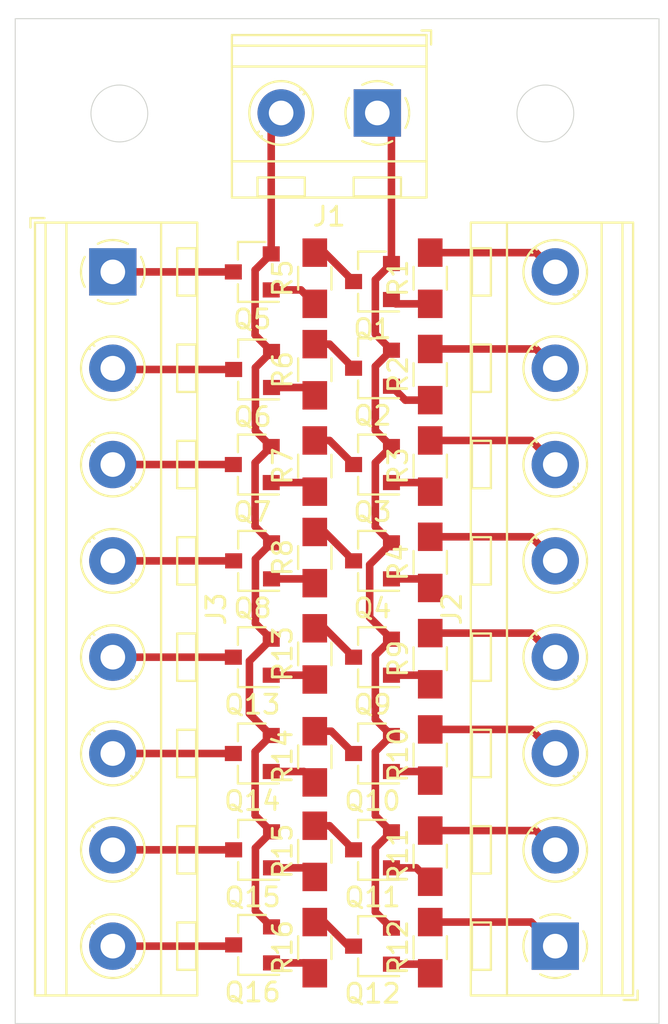
<source format=kicad_pcb>
(kicad_pcb (version 20190605) (host pcbnew "6.0.0-unknown-30ec895~86~ubuntu16.04.1")

  (general
    (thickness 1.6)
    (drawings 6)
    (tracks 121)
    (modules 35)
    (nets 43)
  )

  (page "A4")
  (layers
    (0 "F.Cu" signal)
    (31 "B.Cu" signal)
    (32 "B.Adhes" user)
    (33 "F.Adhes" user)
    (34 "B.Paste" user)
    (35 "F.Paste" user)
    (36 "B.SilkS" user)
    (37 "F.SilkS" user)
    (38 "B.Mask" user)
    (39 "F.Mask" user)
    (40 "Dwgs.User" user)
    (41 "Cmts.User" user)
    (42 "Eco1.User" user)
    (43 "Eco2.User" user)
    (44 "Edge.Cuts" user)
    (45 "Margin" user)
    (46 "B.CrtYd" user)
    (47 "F.CrtYd" user)
    (48 "B.Fab" user)
    (49 "F.Fab" user)
  )

  (setup
    (last_trace_width 0.25)
    (user_trace_width 0.4)
    (trace_clearance 0.2)
    (zone_clearance 0.508)
    (zone_45_only no)
    (trace_min 0.2)
    (via_size 0.8)
    (via_drill 0.4)
    (via_min_size 0.4)
    (via_min_drill 0.3)
    (uvia_size 0.3)
    (uvia_drill 0.1)
    (uvias_allowed no)
    (uvia_min_size 0.2)
    (uvia_min_drill 0.1)
    (max_error 0.005)
    (defaults
      (edge_clearance 0.01)
      (edge_cuts_line_width 0.05)
      (courtyard_line_width 0.05)
      (copper_line_width 0.2)
      (copper_text_dims (size 1.5 1.5) (thickness 0.3) keep_upright)
      (silk_line_width 0.12)
      (silk_text_dims (size 1 1) (thickness 0.15) keep_upright)
      (other_layers_line_width 0.1)
      (other_layers_text_dims (size 1 1) (thickness 0.15) keep_upright)
    )
    (pad_size 1.524 1.524)
    (pad_drill 0.762)
    (pad_to_mask_clearance 0)
    (aux_axis_origin 0 0)
    (visible_elements FFFDFF7F)
    (pcbplotparams
      (layerselection 0x010fc_ffffffff)
      (usegerberextensions false)
      (usegerberattributes true)
      (usegerberadvancedattributes true)
      (creategerberjobfile true)
      (excludeedgelayer true)
      (linewidth 0.100000)
      (plotframeref false)
      (viasonmask false)
      (mode 1)
      (useauxorigin false)
      (hpglpennumber 1)
      (hpglpenspeed 20)
      (hpglpendiameter 15.000000)
      (psnegative false)
      (psa4output false)
      (plotreference true)
      (plotvalue true)
      (plotinvisibletext false)
      (padsonsilk false)
      (subtractmaskfromsilk false)
      (outputformat 1)
      (mirror false)
      (drillshape 0)
      (scaleselection 1)
      (outputdirectory "output/"))
  )

  (net 0 "")
  (net 1 "GND")
  (net 2 "+24V")
  (net 3 "IN8")
  (net 4 "IN7")
  (net 5 "IN6")
  (net 6 "IN5")
  (net 7 "IN4")
  (net 8 "IN3")
  (net 9 "IN2")
  (net 10 "IN1")
  (net 11 "OUT1")
  (net 12 "OUT2")
  (net 13 "OUT3")
  (net 14 "OUT4")
  (net 15 "OUT5")
  (net 16 "OUT6")
  (net 17 "OUT7")
  (net 18 "OUT8")
  (net 19 "Net-(Q1-Pad1)")
  (net 20 "Net-(Q1-Pad3)")
  (net 21 "Net-(Q2-Pad1)")
  (net 22 "Net-(Q2-Pad3)")
  (net 23 "Net-(Q3-Pad1)")
  (net 24 "Net-(Q3-Pad3)")
  (net 25 "Net-(Q4-Pad1)")
  (net 26 "Net-(Q4-Pad3)")
  (net 27 "Net-(Q5-Pad1)")
  (net 28 "Net-(Q6-Pad1)")
  (net 29 "Net-(Q7-Pad1)")
  (net 30 "Net-(Q8-Pad1)")
  (net 31 "Net-(Q9-Pad1)")
  (net 32 "Net-(Q9-Pad3)")
  (net 33 "Net-(Q10-Pad1)")
  (net 34 "Net-(Q10-Pad3)")
  (net 35 "Net-(Q11-Pad1)")
  (net 36 "Net-(Q11-Pad3)")
  (net 37 "Net-(Q12-Pad1)")
  (net 38 "Net-(Q12-Pad3)")
  (net 39 "Net-(Q13-Pad1)")
  (net 40 "Net-(Q14-Pad1)")
  (net 41 "Net-(Q15-Pad1)")
  (net 42 "Net-(Q16-Pad1)")

  (net_class "Default" "This is the default net class."
    (clearance 0.2)
    (trace_width 0.25)
    (via_dia 0.8)
    (via_drill 0.4)
    (uvia_dia 0.3)
    (uvia_drill 0.1)
    (add_net "+24V")
    (add_net "GND")
    (add_net "IN1")
    (add_net "IN2")
    (add_net "IN3")
    (add_net "IN4")
    (add_net "IN5")
    (add_net "IN6")
    (add_net "IN7")
    (add_net "IN8")
    (add_net "Net-(Q1-Pad1)")
    (add_net "Net-(Q1-Pad3)")
    (add_net "Net-(Q10-Pad1)")
    (add_net "Net-(Q10-Pad3)")
    (add_net "Net-(Q11-Pad1)")
    (add_net "Net-(Q11-Pad3)")
    (add_net "Net-(Q12-Pad1)")
    (add_net "Net-(Q12-Pad3)")
    (add_net "Net-(Q13-Pad1)")
    (add_net "Net-(Q14-Pad1)")
    (add_net "Net-(Q15-Pad1)")
    (add_net "Net-(Q16-Pad1)")
    (add_net "Net-(Q2-Pad1)")
    (add_net "Net-(Q2-Pad3)")
    (add_net "Net-(Q3-Pad1)")
    (add_net "Net-(Q3-Pad3)")
    (add_net "Net-(Q4-Pad1)")
    (add_net "Net-(Q4-Pad3)")
    (add_net "Net-(Q5-Pad1)")
    (add_net "Net-(Q6-Pad1)")
    (add_net "Net-(Q7-Pad1)")
    (add_net "Net-(Q8-Pad1)")
    (add_net "Net-(Q9-Pad1)")
    (add_net "Net-(Q9-Pad3)")
    (add_net "OUT1")
    (add_net "OUT2")
    (add_net "OUT3")
    (add_net "OUT4")
    (add_net "OUT5")
    (add_net "OUT6")
    (add_net "OUT7")
    (add_net "OUT8")
  )

  (module "Resistors_SMD:R_0805_HandSoldering" (layer "F.Cu") (tedit 58E0A804) (tstamp 6057936B)
    (at 99.822 89.996 90)
    (descr "Resistor SMD 0805, hand soldering")
    (tags "resistor 0805")
    (path "/60689BC2")
    (attr smd)
    (fp_text reference "R16" (at 0 -1.7 90) (layer "F.SilkS")
      (effects (font (size 1 1) (thickness 0.15)))
    )
    (fp_text value "R_Small" (at 0 1.75 90) (layer "F.Fab")
      (effects (font (size 1 1) (thickness 0.15)))
    )
    (fp_line (start -1 0.62) (end -1 -0.62) (layer "F.Fab") (width 0.1))
    (fp_line (start 1 0.62) (end -1 0.62) (layer "F.Fab") (width 0.1))
    (fp_line (start 1 -0.62) (end 1 0.62) (layer "F.Fab") (width 0.1))
    (fp_line (start -1 -0.62) (end 1 -0.62) (layer "F.Fab") (width 0.1))
    (fp_line (start 0.6 0.88) (end -0.6 0.88) (layer "F.SilkS") (width 0.12))
    (fp_line (start -0.6 -0.88) (end 0.6 -0.88) (layer "F.SilkS") (width 0.12))
    (fp_line (start -2.35 -0.9) (end 2.35 -0.9) (layer "F.CrtYd") (width 0.05))
    (fp_line (start -2.35 -0.9) (end -2.35 0.9) (layer "F.CrtYd") (width 0.05))
    (fp_line (start 2.35 0.9) (end 2.35 -0.9) (layer "F.CrtYd") (width 0.05))
    (fp_line (start 2.35 0.9) (end -2.35 0.9) (layer "F.CrtYd") (width 0.05))
    (fp_text user "%R" (at 0 0 90) (layer "F.Fab")
      (effects (font (size 0.5 0.5) (thickness 0.075)))
    )
    (pad "1" smd rect (at -1.35 0 90) (size 1.5 1.3) (layers "F.Cu" "F.Paste" "F.Mask")
      (net 42 "Net-(Q16-Pad1)"))
    (pad "2" smd rect (at 1.35 0 90) (size 1.5 1.3) (layers "F.Cu" "F.Paste" "F.Mask")
      (net 38 "Net-(Q12-Pad3)"))
    (model "${KISYS3DMOD}/Resistors_SMD.3dshapes/R_0805.wrl"
      (at (xyz 0 0 0))
      (scale (xyz 1 1 1))
      (rotate (xyz 0 0 0))
    )
  )

  (module "Resistors_SMD:R_0805_HandSoldering" (layer "F.Cu") (tedit 58E0A804) (tstamp 60577D14)
    (at 99.822 84.916 90)
    (descr "Resistor SMD 0805, hand soldering")
    (tags "resistor 0805")
    (path "/6068837B")
    (attr smd)
    (fp_text reference "R15" (at 0 -1.7 90) (layer "F.SilkS")
      (effects (font (size 1 1) (thickness 0.15)))
    )
    (fp_text value "R_Small" (at 0 1.75 90) (layer "F.Fab")
      (effects (font (size 1 1) (thickness 0.15)))
    )
    (fp_line (start -1 0.62) (end -1 -0.62) (layer "F.Fab") (width 0.1))
    (fp_line (start 1 0.62) (end -1 0.62) (layer "F.Fab") (width 0.1))
    (fp_line (start 1 -0.62) (end 1 0.62) (layer "F.Fab") (width 0.1))
    (fp_line (start -1 -0.62) (end 1 -0.62) (layer "F.Fab") (width 0.1))
    (fp_line (start 0.6 0.88) (end -0.6 0.88) (layer "F.SilkS") (width 0.12))
    (fp_line (start -0.6 -0.88) (end 0.6 -0.88) (layer "F.SilkS") (width 0.12))
    (fp_line (start -2.35 -0.9) (end 2.35 -0.9) (layer "F.CrtYd") (width 0.05))
    (fp_line (start -2.35 -0.9) (end -2.35 0.9) (layer "F.CrtYd") (width 0.05))
    (fp_line (start 2.35 0.9) (end 2.35 -0.9) (layer "F.CrtYd") (width 0.05))
    (fp_line (start 2.35 0.9) (end -2.35 0.9) (layer "F.CrtYd") (width 0.05))
    (fp_text user "%R" (at 0 0 90) (layer "F.Fab")
      (effects (font (size 0.5 0.5) (thickness 0.075)))
    )
    (pad "1" smd rect (at -1.35 0 90) (size 1.5 1.3) (layers "F.Cu" "F.Paste" "F.Mask")
      (net 41 "Net-(Q15-Pad1)"))
    (pad "2" smd rect (at 1.35 0 90) (size 1.5 1.3) (layers "F.Cu" "F.Paste" "F.Mask")
      (net 36 "Net-(Q11-Pad3)"))
    (model "${KISYS3DMOD}/Resistors_SMD.3dshapes/R_0805.wrl"
      (at (xyz 0 0 0))
      (scale (xyz 1 1 1))
      (rotate (xyz 0 0 0))
    )
  )

  (module "Resistors_SMD:R_0805_HandSoldering" (layer "F.Cu") (tedit 58E0A804) (tstamp 60579FE5)
    (at 99.822 79.93 90)
    (descr "Resistor SMD 0805, hand soldering")
    (tags "resistor 0805")
    (path "/60685D77")
    (attr smd)
    (fp_text reference "R14" (at 0 -1.7 90) (layer "F.SilkS")
      (effects (font (size 1 1) (thickness 0.15)))
    )
    (fp_text value "R_Small" (at 0 1.75 90) (layer "F.Fab")
      (effects (font (size 1 1) (thickness 0.15)))
    )
    (fp_line (start -1 0.62) (end -1 -0.62) (layer "F.Fab") (width 0.1))
    (fp_line (start 1 0.62) (end -1 0.62) (layer "F.Fab") (width 0.1))
    (fp_line (start 1 -0.62) (end 1 0.62) (layer "F.Fab") (width 0.1))
    (fp_line (start -1 -0.62) (end 1 -0.62) (layer "F.Fab") (width 0.1))
    (fp_line (start 0.6 0.88) (end -0.6 0.88) (layer "F.SilkS") (width 0.12))
    (fp_line (start -0.6 -0.88) (end 0.6 -0.88) (layer "F.SilkS") (width 0.12))
    (fp_line (start -2.35 -0.9) (end 2.35 -0.9) (layer "F.CrtYd") (width 0.05))
    (fp_line (start -2.35 -0.9) (end -2.35 0.9) (layer "F.CrtYd") (width 0.05))
    (fp_line (start 2.35 0.9) (end 2.35 -0.9) (layer "F.CrtYd") (width 0.05))
    (fp_line (start 2.35 0.9) (end -2.35 0.9) (layer "F.CrtYd") (width 0.05))
    (fp_text user "%R" (at 0 0 90) (layer "F.Fab")
      (effects (font (size 0.5 0.5) (thickness 0.075)))
    )
    (pad "1" smd rect (at -1.35 0 90) (size 1.5 1.3) (layers "F.Cu" "F.Paste" "F.Mask")
      (net 40 "Net-(Q14-Pad1)"))
    (pad "2" smd rect (at 1.35 0 90) (size 1.5 1.3) (layers "F.Cu" "F.Paste" "F.Mask")
      (net 34 "Net-(Q10-Pad3)"))
    (model "${KISYS3DMOD}/Resistors_SMD.3dshapes/R_0805.wrl"
      (at (xyz 0 0 0))
      (scale (xyz 1 1 1))
      (rotate (xyz 0 0 0))
    )
  )

  (module "Resistors_SMD:R_0805_HandSoldering" (layer "F.Cu") (tedit 58E0A804) (tstamp 60577CF2)
    (at 99.822 74.502 90)
    (descr "Resistor SMD 0805, hand soldering")
    (tags "resistor 0805")
    (path "/60683A20")
    (attr smd)
    (fp_text reference "R13" (at 0 -1.7 90) (layer "F.SilkS")
      (effects (font (size 1 1) (thickness 0.15)))
    )
    (fp_text value "R_Small" (at 0 1.75 90) (layer "F.Fab")
      (effects (font (size 1 1) (thickness 0.15)))
    )
    (fp_line (start -1 0.62) (end -1 -0.62) (layer "F.Fab") (width 0.1))
    (fp_line (start 1 0.62) (end -1 0.62) (layer "F.Fab") (width 0.1))
    (fp_line (start 1 -0.62) (end 1 0.62) (layer "F.Fab") (width 0.1))
    (fp_line (start -1 -0.62) (end 1 -0.62) (layer "F.Fab") (width 0.1))
    (fp_line (start 0.6 0.88) (end -0.6 0.88) (layer "F.SilkS") (width 0.12))
    (fp_line (start -0.6 -0.88) (end 0.6 -0.88) (layer "F.SilkS") (width 0.12))
    (fp_line (start -2.35 -0.9) (end 2.35 -0.9) (layer "F.CrtYd") (width 0.05))
    (fp_line (start -2.35 -0.9) (end -2.35 0.9) (layer "F.CrtYd") (width 0.05))
    (fp_line (start 2.35 0.9) (end 2.35 -0.9) (layer "F.CrtYd") (width 0.05))
    (fp_line (start 2.35 0.9) (end -2.35 0.9) (layer "F.CrtYd") (width 0.05))
    (fp_text user "%R" (at 0 0 90) (layer "F.Fab")
      (effects (font (size 0.5 0.5) (thickness 0.075)))
    )
    (pad "1" smd rect (at -1.35 0 90) (size 1.5 1.3) (layers "F.Cu" "F.Paste" "F.Mask")
      (net 39 "Net-(Q13-Pad1)"))
    (pad "2" smd rect (at 1.35 0 90) (size 1.5 1.3) (layers "F.Cu" "F.Paste" "F.Mask")
      (net 32 "Net-(Q9-Pad3)"))
    (model "${KISYS3DMOD}/Resistors_SMD.3dshapes/R_0805.wrl"
      (at (xyz 0 0 0))
      (scale (xyz 1 1 1))
      (rotate (xyz 0 0 0))
    )
  )

  (module "Resistors_SMD:R_0805_HandSoldering" (layer "F.Cu") (tedit 58E0A804) (tstamp 60577CE1)
    (at 105.918 89.996 90)
    (descr "Resistor SMD 0805, hand soldering")
    (tags "resistor 0805")
    (path "/60689BCE")
    (attr smd)
    (fp_text reference "R12" (at 0 -1.7 90) (layer "F.SilkS")
      (effects (font (size 1 1) (thickness 0.15)))
    )
    (fp_text value "R_Small" (at 0 1.75 90) (layer "F.Fab")
      (effects (font (size 1 1) (thickness 0.15)))
    )
    (fp_line (start -1 0.62) (end -1 -0.62) (layer "F.Fab") (width 0.1))
    (fp_line (start 1 0.62) (end -1 0.62) (layer "F.Fab") (width 0.1))
    (fp_line (start 1 -0.62) (end 1 0.62) (layer "F.Fab") (width 0.1))
    (fp_line (start -1 -0.62) (end 1 -0.62) (layer "F.Fab") (width 0.1))
    (fp_line (start 0.6 0.88) (end -0.6 0.88) (layer "F.SilkS") (width 0.12))
    (fp_line (start -0.6 -0.88) (end 0.6 -0.88) (layer "F.SilkS") (width 0.12))
    (fp_line (start -2.35 -0.9) (end 2.35 -0.9) (layer "F.CrtYd") (width 0.05))
    (fp_line (start -2.35 -0.9) (end -2.35 0.9) (layer "F.CrtYd") (width 0.05))
    (fp_line (start 2.35 0.9) (end 2.35 -0.9) (layer "F.CrtYd") (width 0.05))
    (fp_line (start 2.35 0.9) (end -2.35 0.9) (layer "F.CrtYd") (width 0.05))
    (fp_text user "%R" (at 0 0 90) (layer "F.Fab")
      (effects (font (size 0.5 0.5) (thickness 0.075)))
    )
    (pad "1" smd rect (at -1.35 0 90) (size 1.5 1.3) (layers "F.Cu" "F.Paste" "F.Mask")
      (net 37 "Net-(Q12-Pad1)"))
    (pad "2" smd rect (at 1.35 0 90) (size 1.5 1.3) (layers "F.Cu" "F.Paste" "F.Mask")
      (net 3 "IN8"))
    (model "${KISYS3DMOD}/Resistors_SMD.3dshapes/R_0805.wrl"
      (at (xyz 0 0 0))
      (scale (xyz 1 1 1))
      (rotate (xyz 0 0 0))
    )
  )

  (module "Resistors_SMD:R_0805_HandSoldering" (layer "F.Cu") (tedit 58E0A804) (tstamp 60577CD0)
    (at 105.918 85.17 90)
    (descr "Resistor SMD 0805, hand soldering")
    (tags "resistor 0805")
    (path "/60688387")
    (attr smd)
    (fp_text reference "R11" (at 0 -1.7 90) (layer "F.SilkS")
      (effects (font (size 1 1) (thickness 0.15)))
    )
    (fp_text value "R_Small" (at 0 1.75 90) (layer "F.Fab")
      (effects (font (size 1 1) (thickness 0.15)))
    )
    (fp_line (start -1 0.62) (end -1 -0.62) (layer "F.Fab") (width 0.1))
    (fp_line (start 1 0.62) (end -1 0.62) (layer "F.Fab") (width 0.1))
    (fp_line (start 1 -0.62) (end 1 0.62) (layer "F.Fab") (width 0.1))
    (fp_line (start -1 -0.62) (end 1 -0.62) (layer "F.Fab") (width 0.1))
    (fp_line (start 0.6 0.88) (end -0.6 0.88) (layer "F.SilkS") (width 0.12))
    (fp_line (start -0.6 -0.88) (end 0.6 -0.88) (layer "F.SilkS") (width 0.12))
    (fp_line (start -2.35 -0.9) (end 2.35 -0.9) (layer "F.CrtYd") (width 0.05))
    (fp_line (start -2.35 -0.9) (end -2.35 0.9) (layer "F.CrtYd") (width 0.05))
    (fp_line (start 2.35 0.9) (end 2.35 -0.9) (layer "F.CrtYd") (width 0.05))
    (fp_line (start 2.35 0.9) (end -2.35 0.9) (layer "F.CrtYd") (width 0.05))
    (fp_text user "%R" (at 0 0 90) (layer "F.Fab")
      (effects (font (size 0.5 0.5) (thickness 0.075)))
    )
    (pad "1" smd rect (at -1.35 0 90) (size 1.5 1.3) (layers "F.Cu" "F.Paste" "F.Mask")
      (net 35 "Net-(Q11-Pad1)"))
    (pad "2" smd rect (at 1.35 0 90) (size 1.5 1.3) (layers "F.Cu" "F.Paste" "F.Mask")
      (net 4 "IN7"))
    (model "${KISYS3DMOD}/Resistors_SMD.3dshapes/R_0805.wrl"
      (at (xyz 0 0 0))
      (scale (xyz 1 1 1))
      (rotate (xyz 0 0 0))
    )
  )

  (module "Resistors_SMD:R_0805_HandSoldering" (layer "F.Cu") (tedit 58E0A804) (tstamp 60577CBF)
    (at 105.918 79.836 90)
    (descr "Resistor SMD 0805, hand soldering")
    (tags "resistor 0805")
    (path "/60685D83")
    (attr smd)
    (fp_text reference "R10" (at 0 -1.7 90) (layer "F.SilkS")
      (effects (font (size 1 1) (thickness 0.15)))
    )
    (fp_text value "R_Small" (at 0 1.75 90) (layer "F.Fab")
      (effects (font (size 1 1) (thickness 0.15)))
    )
    (fp_line (start -1 0.62) (end -1 -0.62) (layer "F.Fab") (width 0.1))
    (fp_line (start 1 0.62) (end -1 0.62) (layer "F.Fab") (width 0.1))
    (fp_line (start 1 -0.62) (end 1 0.62) (layer "F.Fab") (width 0.1))
    (fp_line (start -1 -0.62) (end 1 -0.62) (layer "F.Fab") (width 0.1))
    (fp_line (start 0.6 0.88) (end -0.6 0.88) (layer "F.SilkS") (width 0.12))
    (fp_line (start -0.6 -0.88) (end 0.6 -0.88) (layer "F.SilkS") (width 0.12))
    (fp_line (start -2.35 -0.9) (end 2.35 -0.9) (layer "F.CrtYd") (width 0.05))
    (fp_line (start -2.35 -0.9) (end -2.35 0.9) (layer "F.CrtYd") (width 0.05))
    (fp_line (start 2.35 0.9) (end 2.35 -0.9) (layer "F.CrtYd") (width 0.05))
    (fp_line (start 2.35 0.9) (end -2.35 0.9) (layer "F.CrtYd") (width 0.05))
    (fp_text user "%R" (at 0 0 90) (layer "F.Fab")
      (effects (font (size 0.5 0.5) (thickness 0.075)))
    )
    (pad "1" smd rect (at -1.35 0 90) (size 1.5 1.3) (layers "F.Cu" "F.Paste" "F.Mask")
      (net 33 "Net-(Q10-Pad1)"))
    (pad "2" smd rect (at 1.35 0 90) (size 1.5 1.3) (layers "F.Cu" "F.Paste" "F.Mask")
      (net 5 "IN6"))
    (model "${KISYS3DMOD}/Resistors_SMD.3dshapes/R_0805.wrl"
      (at (xyz 0 0 0))
      (scale (xyz 1 1 1))
      (rotate (xyz 0 0 0))
    )
  )

  (module "Resistors_SMD:R_0805_HandSoldering" (layer "F.Cu") (tedit 58E0A804) (tstamp 60577CAE)
    (at 105.918 74.756 90)
    (descr "Resistor SMD 0805, hand soldering")
    (tags "resistor 0805")
    (path "/60683A2C")
    (attr smd)
    (fp_text reference "R9" (at 0 -1.7 90) (layer "F.SilkS")
      (effects (font (size 1 1) (thickness 0.15)))
    )
    (fp_text value "R_Small" (at 0 1.75 90) (layer "F.Fab")
      (effects (font (size 1 1) (thickness 0.15)))
    )
    (fp_line (start -1 0.62) (end -1 -0.62) (layer "F.Fab") (width 0.1))
    (fp_line (start 1 0.62) (end -1 0.62) (layer "F.Fab") (width 0.1))
    (fp_line (start 1 -0.62) (end 1 0.62) (layer "F.Fab") (width 0.1))
    (fp_line (start -1 -0.62) (end 1 -0.62) (layer "F.Fab") (width 0.1))
    (fp_line (start 0.6 0.88) (end -0.6 0.88) (layer "F.SilkS") (width 0.12))
    (fp_line (start -0.6 -0.88) (end 0.6 -0.88) (layer "F.SilkS") (width 0.12))
    (fp_line (start -2.35 -0.9) (end 2.35 -0.9) (layer "F.CrtYd") (width 0.05))
    (fp_line (start -2.35 -0.9) (end -2.35 0.9) (layer "F.CrtYd") (width 0.05))
    (fp_line (start 2.35 0.9) (end 2.35 -0.9) (layer "F.CrtYd") (width 0.05))
    (fp_line (start 2.35 0.9) (end -2.35 0.9) (layer "F.CrtYd") (width 0.05))
    (fp_text user "%R" (at 0 0 90) (layer "F.Fab")
      (effects (font (size 0.5 0.5) (thickness 0.075)))
    )
    (pad "1" smd rect (at -1.35 0 90) (size 1.5 1.3) (layers "F.Cu" "F.Paste" "F.Mask")
      (net 31 "Net-(Q9-Pad1)"))
    (pad "2" smd rect (at 1.35 0 90) (size 1.5 1.3) (layers "F.Cu" "F.Paste" "F.Mask")
      (net 6 "IN5"))
    (model "${KISYS3DMOD}/Resistors_SMD.3dshapes/R_0805.wrl"
      (at (xyz 0 0 0))
      (scale (xyz 1 1 1))
      (rotate (xyz 0 0 0))
    )
  )

  (module "Resistors_SMD:R_0805_HandSoldering" (layer "F.Cu") (tedit 58E0A804) (tstamp 60577C9D)
    (at 99.822 69.422 90)
    (descr "Resistor SMD 0805, hand soldering")
    (tags "resistor 0805")
    (path "/60678CC8")
    (attr smd)
    (fp_text reference "R8" (at 0 -1.7 90) (layer "F.SilkS")
      (effects (font (size 1 1) (thickness 0.15)))
    )
    (fp_text value "R_Small" (at 0 1.75 90) (layer "F.Fab")
      (effects (font (size 1 1) (thickness 0.15)))
    )
    (fp_line (start -1 0.62) (end -1 -0.62) (layer "F.Fab") (width 0.1))
    (fp_line (start 1 0.62) (end -1 0.62) (layer "F.Fab") (width 0.1))
    (fp_line (start 1 -0.62) (end 1 0.62) (layer "F.Fab") (width 0.1))
    (fp_line (start -1 -0.62) (end 1 -0.62) (layer "F.Fab") (width 0.1))
    (fp_line (start 0.6 0.88) (end -0.6 0.88) (layer "F.SilkS") (width 0.12))
    (fp_line (start -0.6 -0.88) (end 0.6 -0.88) (layer "F.SilkS") (width 0.12))
    (fp_line (start -2.35 -0.9) (end 2.35 -0.9) (layer "F.CrtYd") (width 0.05))
    (fp_line (start -2.35 -0.9) (end -2.35 0.9) (layer "F.CrtYd") (width 0.05))
    (fp_line (start 2.35 0.9) (end 2.35 -0.9) (layer "F.CrtYd") (width 0.05))
    (fp_line (start 2.35 0.9) (end -2.35 0.9) (layer "F.CrtYd") (width 0.05))
    (fp_text user "%R" (at 0 0 90) (layer "F.Fab")
      (effects (font (size 0.5 0.5) (thickness 0.075)))
    )
    (pad "1" smd rect (at -1.35 0 90) (size 1.5 1.3) (layers "F.Cu" "F.Paste" "F.Mask")
      (net 30 "Net-(Q8-Pad1)"))
    (pad "2" smd rect (at 1.35 0 90) (size 1.5 1.3) (layers "F.Cu" "F.Paste" "F.Mask")
      (net 26 "Net-(Q4-Pad3)"))
    (model "${KISYS3DMOD}/Resistors_SMD.3dshapes/R_0805.wrl"
      (at (xyz 0 0 0))
      (scale (xyz 1 1 1))
      (rotate (xyz 0 0 0))
    )
  )

  (module "Resistors_SMD:R_0805_HandSoldering" (layer "F.Cu") (tedit 58E0A804) (tstamp 60577C8C)
    (at 99.822 64.596 90)
    (descr "Resistor SMD 0805, hand soldering")
    (tags "resistor 0805")
    (path "/60675AD3")
    (attr smd)
    (fp_text reference "R7" (at 0 -1.7 90) (layer "F.SilkS")
      (effects (font (size 1 1) (thickness 0.15)))
    )
    (fp_text value "R_Small" (at 0 1.75 90) (layer "F.Fab")
      (effects (font (size 1 1) (thickness 0.15)))
    )
    (fp_line (start -1 0.62) (end -1 -0.62) (layer "F.Fab") (width 0.1))
    (fp_line (start 1 0.62) (end -1 0.62) (layer "F.Fab") (width 0.1))
    (fp_line (start 1 -0.62) (end 1 0.62) (layer "F.Fab") (width 0.1))
    (fp_line (start -1 -0.62) (end 1 -0.62) (layer "F.Fab") (width 0.1))
    (fp_line (start 0.6 0.88) (end -0.6 0.88) (layer "F.SilkS") (width 0.12))
    (fp_line (start -0.6 -0.88) (end 0.6 -0.88) (layer "F.SilkS") (width 0.12))
    (fp_line (start -2.35 -0.9) (end 2.35 -0.9) (layer "F.CrtYd") (width 0.05))
    (fp_line (start -2.35 -0.9) (end -2.35 0.9) (layer "F.CrtYd") (width 0.05))
    (fp_line (start 2.35 0.9) (end 2.35 -0.9) (layer "F.CrtYd") (width 0.05))
    (fp_line (start 2.35 0.9) (end -2.35 0.9) (layer "F.CrtYd") (width 0.05))
    (fp_text user "%R" (at 0 0 90) (layer "F.Fab")
      (effects (font (size 0.5 0.5) (thickness 0.075)))
    )
    (pad "1" smd rect (at -1.35 0 90) (size 1.5 1.3) (layers "F.Cu" "F.Paste" "F.Mask")
      (net 29 "Net-(Q7-Pad1)"))
    (pad "2" smd rect (at 1.35 0 90) (size 1.5 1.3) (layers "F.Cu" "F.Paste" "F.Mask")
      (net 24 "Net-(Q3-Pad3)"))
    (model "${KISYS3DMOD}/Resistors_SMD.3dshapes/R_0805.wrl"
      (at (xyz 0 0 0))
      (scale (xyz 1 1 1))
      (rotate (xyz 0 0 0))
    )
  )

  (module "Resistors_SMD:R_0805_HandSoldering" (layer "F.Cu") (tedit 58E0A804) (tstamp 60579E5E)
    (at 99.822 59.516 90)
    (descr "Resistor SMD 0805, hand soldering")
    (tags "resistor 0805")
    (path "/606738D9")
    (attr smd)
    (fp_text reference "R6" (at 0 -1.7 90) (layer "F.SilkS")
      (effects (font (size 1 1) (thickness 0.15)))
    )
    (fp_text value "R_Small" (at 0 1.75 90) (layer "F.Fab")
      (effects (font (size 1 1) (thickness 0.15)))
    )
    (fp_line (start -1 0.62) (end -1 -0.62) (layer "F.Fab") (width 0.1))
    (fp_line (start 1 0.62) (end -1 0.62) (layer "F.Fab") (width 0.1))
    (fp_line (start 1 -0.62) (end 1 0.62) (layer "F.Fab") (width 0.1))
    (fp_line (start -1 -0.62) (end 1 -0.62) (layer "F.Fab") (width 0.1))
    (fp_line (start 0.6 0.88) (end -0.6 0.88) (layer "F.SilkS") (width 0.12))
    (fp_line (start -0.6 -0.88) (end 0.6 -0.88) (layer "F.SilkS") (width 0.12))
    (fp_line (start -2.35 -0.9) (end 2.35 -0.9) (layer "F.CrtYd") (width 0.05))
    (fp_line (start -2.35 -0.9) (end -2.35 0.9) (layer "F.CrtYd") (width 0.05))
    (fp_line (start 2.35 0.9) (end 2.35 -0.9) (layer "F.CrtYd") (width 0.05))
    (fp_line (start 2.35 0.9) (end -2.35 0.9) (layer "F.CrtYd") (width 0.05))
    (fp_text user "%R" (at 0 0 90) (layer "F.Fab")
      (effects (font (size 0.5 0.5) (thickness 0.075)))
    )
    (pad "1" smd rect (at -1.35 0 90) (size 1.5 1.3) (layers "F.Cu" "F.Paste" "F.Mask")
      (net 28 "Net-(Q6-Pad1)"))
    (pad "2" smd rect (at 1.35 0 90) (size 1.5 1.3) (layers "F.Cu" "F.Paste" "F.Mask")
      (net 22 "Net-(Q2-Pad3)"))
    (model "${KISYS3DMOD}/Resistors_SMD.3dshapes/R_0805.wrl"
      (at (xyz 0 0 0))
      (scale (xyz 1 1 1))
      (rotate (xyz 0 0 0))
    )
  )

  (module "Resistors_SMD:R_0805_HandSoldering" (layer "F.Cu") (tedit 58E0A804) (tstamp 60577C6A)
    (at 99.822 54.69 90)
    (descr "Resistor SMD 0805, hand soldering")
    (tags "resistor 0805")
    (path "/6066130A")
    (attr smd)
    (fp_text reference "R5" (at 0 -1.7 90) (layer "F.SilkS")
      (effects (font (size 1 1) (thickness 0.15)))
    )
    (fp_text value "R_Small" (at 0 1.75 90) (layer "F.Fab")
      (effects (font (size 1 1) (thickness 0.15)))
    )
    (fp_line (start -1 0.62) (end -1 -0.62) (layer "F.Fab") (width 0.1))
    (fp_line (start 1 0.62) (end -1 0.62) (layer "F.Fab") (width 0.1))
    (fp_line (start 1 -0.62) (end 1 0.62) (layer "F.Fab") (width 0.1))
    (fp_line (start -1 -0.62) (end 1 -0.62) (layer "F.Fab") (width 0.1))
    (fp_line (start 0.6 0.88) (end -0.6 0.88) (layer "F.SilkS") (width 0.12))
    (fp_line (start -0.6 -0.88) (end 0.6 -0.88) (layer "F.SilkS") (width 0.12))
    (fp_line (start -2.35 -0.9) (end 2.35 -0.9) (layer "F.CrtYd") (width 0.05))
    (fp_line (start -2.35 -0.9) (end -2.35 0.9) (layer "F.CrtYd") (width 0.05))
    (fp_line (start 2.35 0.9) (end 2.35 -0.9) (layer "F.CrtYd") (width 0.05))
    (fp_line (start 2.35 0.9) (end -2.35 0.9) (layer "F.CrtYd") (width 0.05))
    (fp_text user "%R" (at 0 0 90) (layer "F.Fab")
      (effects (font (size 0.5 0.5) (thickness 0.075)))
    )
    (pad "1" smd rect (at -1.35 0 90) (size 1.5 1.3) (layers "F.Cu" "F.Paste" "F.Mask")
      (net 27 "Net-(Q5-Pad1)"))
    (pad "2" smd rect (at 1.35 0 90) (size 1.5 1.3) (layers "F.Cu" "F.Paste" "F.Mask")
      (net 20 "Net-(Q1-Pad3)"))
    (model "${KISYS3DMOD}/Resistors_SMD.3dshapes/R_0805.wrl"
      (at (xyz 0 0 0))
      (scale (xyz 1 1 1))
      (rotate (xyz 0 0 0))
    )
  )

  (module "Resistors_SMD:R_0805_HandSoldering" (layer "F.Cu") (tedit 58E0A804) (tstamp 60577C59)
    (at 105.918 69.676 90)
    (descr "Resistor SMD 0805, hand soldering")
    (tags "resistor 0805")
    (path "/60678CD4")
    (attr smd)
    (fp_text reference "R4" (at 0 -1.7 90) (layer "F.SilkS")
      (effects (font (size 1 1) (thickness 0.15)))
    )
    (fp_text value "R_Small" (at 0 1.75 90) (layer "F.Fab")
      (effects (font (size 1 1) (thickness 0.15)))
    )
    (fp_line (start -1 0.62) (end -1 -0.62) (layer "F.Fab") (width 0.1))
    (fp_line (start 1 0.62) (end -1 0.62) (layer "F.Fab") (width 0.1))
    (fp_line (start 1 -0.62) (end 1 0.62) (layer "F.Fab") (width 0.1))
    (fp_line (start -1 -0.62) (end 1 -0.62) (layer "F.Fab") (width 0.1))
    (fp_line (start 0.6 0.88) (end -0.6 0.88) (layer "F.SilkS") (width 0.12))
    (fp_line (start -0.6 -0.88) (end 0.6 -0.88) (layer "F.SilkS") (width 0.12))
    (fp_line (start -2.35 -0.9) (end 2.35 -0.9) (layer "F.CrtYd") (width 0.05))
    (fp_line (start -2.35 -0.9) (end -2.35 0.9) (layer "F.CrtYd") (width 0.05))
    (fp_line (start 2.35 0.9) (end 2.35 -0.9) (layer "F.CrtYd") (width 0.05))
    (fp_line (start 2.35 0.9) (end -2.35 0.9) (layer "F.CrtYd") (width 0.05))
    (fp_text user "%R" (at 0 0 90) (layer "F.Fab")
      (effects (font (size 0.5 0.5) (thickness 0.075)))
    )
    (pad "1" smd rect (at -1.35 0 90) (size 1.5 1.3) (layers "F.Cu" "F.Paste" "F.Mask")
      (net 25 "Net-(Q4-Pad1)"))
    (pad "2" smd rect (at 1.35 0 90) (size 1.5 1.3) (layers "F.Cu" "F.Paste" "F.Mask")
      (net 7 "IN4"))
    (model "${KISYS3DMOD}/Resistors_SMD.3dshapes/R_0805.wrl"
      (at (xyz 0 0 0))
      (scale (xyz 1 1 1))
      (rotate (xyz 0 0 0))
    )
  )

  (module "Resistors_SMD:R_0805_HandSoldering" (layer "F.Cu") (tedit 58E0A804) (tstamp 60577C48)
    (at 105.918 64.596 90)
    (descr "Resistor SMD 0805, hand soldering")
    (tags "resistor 0805")
    (path "/60675ADF")
    (attr smd)
    (fp_text reference "R3" (at 0 -1.7 90) (layer "F.SilkS")
      (effects (font (size 1 1) (thickness 0.15)))
    )
    (fp_text value "R_Small" (at 0 1.75 90) (layer "F.Fab")
      (effects (font (size 1 1) (thickness 0.15)))
    )
    (fp_line (start -1 0.62) (end -1 -0.62) (layer "F.Fab") (width 0.1))
    (fp_line (start 1 0.62) (end -1 0.62) (layer "F.Fab") (width 0.1))
    (fp_line (start 1 -0.62) (end 1 0.62) (layer "F.Fab") (width 0.1))
    (fp_line (start -1 -0.62) (end 1 -0.62) (layer "F.Fab") (width 0.1))
    (fp_line (start 0.6 0.88) (end -0.6 0.88) (layer "F.SilkS") (width 0.12))
    (fp_line (start -0.6 -0.88) (end 0.6 -0.88) (layer "F.SilkS") (width 0.12))
    (fp_line (start -2.35 -0.9) (end 2.35 -0.9) (layer "F.CrtYd") (width 0.05))
    (fp_line (start -2.35 -0.9) (end -2.35 0.9) (layer "F.CrtYd") (width 0.05))
    (fp_line (start 2.35 0.9) (end 2.35 -0.9) (layer "F.CrtYd") (width 0.05))
    (fp_line (start 2.35 0.9) (end -2.35 0.9) (layer "F.CrtYd") (width 0.05))
    (fp_text user "%R" (at 0 0 90) (layer "F.Fab")
      (effects (font (size 0.5 0.5) (thickness 0.075)))
    )
    (pad "1" smd rect (at -1.35 0 90) (size 1.5 1.3) (layers "F.Cu" "F.Paste" "F.Mask")
      (net 23 "Net-(Q3-Pad1)"))
    (pad "2" smd rect (at 1.35 0 90) (size 1.5 1.3) (layers "F.Cu" "F.Paste" "F.Mask")
      (net 8 "IN3"))
    (model "${KISYS3DMOD}/Resistors_SMD.3dshapes/R_0805.wrl"
      (at (xyz 0 0 0))
      (scale (xyz 1 1 1))
      (rotate (xyz 0 0 0))
    )
  )

  (module "Resistors_SMD:R_0805_HandSoldering" (layer "F.Cu") (tedit 58E0A804) (tstamp 60577C37)
    (at 105.918 59.77 90)
    (descr "Resistor SMD 0805, hand soldering")
    (tags "resistor 0805")
    (path "/606738E5")
    (attr smd)
    (fp_text reference "R2" (at 0 -1.7 90) (layer "F.SilkS")
      (effects (font (size 1 1) (thickness 0.15)))
    )
    (fp_text value "R_Small" (at 0 1.75 90) (layer "F.Fab")
      (effects (font (size 1 1) (thickness 0.15)))
    )
    (fp_line (start -1 0.62) (end -1 -0.62) (layer "F.Fab") (width 0.1))
    (fp_line (start 1 0.62) (end -1 0.62) (layer "F.Fab") (width 0.1))
    (fp_line (start 1 -0.62) (end 1 0.62) (layer "F.Fab") (width 0.1))
    (fp_line (start -1 -0.62) (end 1 -0.62) (layer "F.Fab") (width 0.1))
    (fp_line (start 0.6 0.88) (end -0.6 0.88) (layer "F.SilkS") (width 0.12))
    (fp_line (start -0.6 -0.88) (end 0.6 -0.88) (layer "F.SilkS") (width 0.12))
    (fp_line (start -2.35 -0.9) (end 2.35 -0.9) (layer "F.CrtYd") (width 0.05))
    (fp_line (start -2.35 -0.9) (end -2.35 0.9) (layer "F.CrtYd") (width 0.05))
    (fp_line (start 2.35 0.9) (end 2.35 -0.9) (layer "F.CrtYd") (width 0.05))
    (fp_line (start 2.35 0.9) (end -2.35 0.9) (layer "F.CrtYd") (width 0.05))
    (fp_text user "%R" (at 0 0 90) (layer "F.Fab")
      (effects (font (size 0.5 0.5) (thickness 0.075)))
    )
    (pad "1" smd rect (at -1.35 0 90) (size 1.5 1.3) (layers "F.Cu" "F.Paste" "F.Mask")
      (net 21 "Net-(Q2-Pad1)"))
    (pad "2" smd rect (at 1.35 0 90) (size 1.5 1.3) (layers "F.Cu" "F.Paste" "F.Mask")
      (net 9 "IN2"))
    (model "${KISYS3DMOD}/Resistors_SMD.3dshapes/R_0805.wrl"
      (at (xyz 0 0 0))
      (scale (xyz 1 1 1))
      (rotate (xyz 0 0 0))
    )
  )

  (module "Resistors_SMD:R_0805_HandSoldering" (layer "F.Cu") (tedit 58E0A804) (tstamp 60579BBB)
    (at 105.918 54.69 90)
    (descr "Resistor SMD 0805, hand soldering")
    (tags "resistor 0805")
    (path "/6066533D")
    (attr smd)
    (fp_text reference "R1" (at 0 -1.7 90) (layer "F.SilkS")
      (effects (font (size 1 1) (thickness 0.15)))
    )
    (fp_text value "R_Small" (at 0 1.75 90) (layer "F.Fab")
      (effects (font (size 1 1) (thickness 0.15)))
    )
    (fp_line (start -1 0.62) (end -1 -0.62) (layer "F.Fab") (width 0.1))
    (fp_line (start 1 0.62) (end -1 0.62) (layer "F.Fab") (width 0.1))
    (fp_line (start 1 -0.62) (end 1 0.62) (layer "F.Fab") (width 0.1))
    (fp_line (start -1 -0.62) (end 1 -0.62) (layer "F.Fab") (width 0.1))
    (fp_line (start 0.6 0.88) (end -0.6 0.88) (layer "F.SilkS") (width 0.12))
    (fp_line (start -0.6 -0.88) (end 0.6 -0.88) (layer "F.SilkS") (width 0.12))
    (fp_line (start -2.35 -0.9) (end 2.35 -0.9) (layer "F.CrtYd") (width 0.05))
    (fp_line (start -2.35 -0.9) (end -2.35 0.9) (layer "F.CrtYd") (width 0.05))
    (fp_line (start 2.35 0.9) (end 2.35 -0.9) (layer "F.CrtYd") (width 0.05))
    (fp_line (start 2.35 0.9) (end -2.35 0.9) (layer "F.CrtYd") (width 0.05))
    (fp_text user "%R" (at 0 0 90) (layer "F.Fab")
      (effects (font (size 0.5 0.5) (thickness 0.075)))
    )
    (pad "1" smd rect (at -1.35 0 90) (size 1.5 1.3) (layers "F.Cu" "F.Paste" "F.Mask")
      (net 19 "Net-(Q1-Pad1)"))
    (pad "2" smd rect (at 1.35 0 90) (size 1.5 1.3) (layers "F.Cu" "F.Paste" "F.Mask")
      (net 10 "IN1"))
    (model "${KISYS3DMOD}/Resistors_SMD.3dshapes/R_0805.wrl"
      (at (xyz 0 0 0))
      (scale (xyz 1 1 1))
      (rotate (xyz 0 0 0))
    )
  )

  (module "TO_SOT_Packages_SMD:SOT-23" (layer "F.Cu") (tedit 58CE4E7E) (tstamp 60577C15)
    (at 96.536 89.85 180)
    (descr "SOT-23, Standard")
    (tags "SOT-23")
    (path "/60689BBC")
    (attr smd)
    (fp_text reference "Q16" (at 0 -2.5) (layer "F.SilkS")
      (effects (font (size 1 1) (thickness 0.15)))
    )
    (fp_text value "BC807" (at 0 2.5) (layer "F.Fab")
      (effects (font (size 1 1) (thickness 0.15)))
    )
    (fp_line (start -0.7 -0.95) (end -0.7 1.5) (layer "F.Fab") (width 0.1))
    (fp_line (start -0.15 -1.52) (end 0.7 -1.52) (layer "F.Fab") (width 0.1))
    (fp_line (start -0.7 -0.95) (end -0.15 -1.52) (layer "F.Fab") (width 0.1))
    (fp_line (start 0.7 -1.52) (end 0.7 1.52) (layer "F.Fab") (width 0.1))
    (fp_line (start -0.7 1.52) (end 0.7 1.52) (layer "F.Fab") (width 0.1))
    (fp_line (start 0.76 1.58) (end 0.76 0.65) (layer "F.SilkS") (width 0.12))
    (fp_line (start 0.76 -1.58) (end 0.76 -0.65) (layer "F.SilkS") (width 0.12))
    (fp_line (start -1.7 -1.75) (end 1.7 -1.75) (layer "F.CrtYd") (width 0.05))
    (fp_line (start 1.7 -1.75) (end 1.7 1.75) (layer "F.CrtYd") (width 0.05))
    (fp_line (start 1.7 1.75) (end -1.7 1.75) (layer "F.CrtYd") (width 0.05))
    (fp_line (start -1.7 1.75) (end -1.7 -1.75) (layer "F.CrtYd") (width 0.05))
    (fp_line (start 0.76 -1.58) (end -1.4 -1.58) (layer "F.SilkS") (width 0.12))
    (fp_line (start 0.76 1.58) (end -0.7 1.58) (layer "F.SilkS") (width 0.12))
    (fp_text user "%R" (at 0 0 90) (layer "F.Fab")
      (effects (font (size 0.5 0.5) (thickness 0.075)))
    )
    (pad "1" smd rect (at -1 -0.95 180) (size 0.9 0.8) (layers "F.Cu" "F.Paste" "F.Mask")
      (net 42 "Net-(Q16-Pad1)"))
    (pad "2" smd rect (at -1 0.95 180) (size 0.9 0.8) (layers "F.Cu" "F.Paste" "F.Mask")
      (net 2 "+24V"))
    (pad "3" smd rect (at 1 0 180) (size 0.9 0.8) (layers "F.Cu" "F.Paste" "F.Mask")
      (net 18 "OUT8"))
    (model "${KISYS3DMOD}/TO_SOT_Packages_SMD.3dshapes/SOT-23.wrl"
      (at (xyz 0 0 0))
      (scale (xyz 1 1 1))
      (rotate (xyz 0 0 0))
    )
  )

  (module "TO_SOT_Packages_SMD:SOT-23" (layer "F.Cu") (tedit 58CE4E7E) (tstamp 60577C00)
    (at 96.536 84.836 180)
    (descr "SOT-23, Standard")
    (tags "SOT-23")
    (path "/60688375")
    (attr smd)
    (fp_text reference "Q15" (at 0 -2.5) (layer "F.SilkS")
      (effects (font (size 1 1) (thickness 0.15)))
    )
    (fp_text value "BC807" (at 0 2.5) (layer "F.Fab")
      (effects (font (size 1 1) (thickness 0.15)))
    )
    (fp_line (start -0.7 -0.95) (end -0.7 1.5) (layer "F.Fab") (width 0.1))
    (fp_line (start -0.15 -1.52) (end 0.7 -1.52) (layer "F.Fab") (width 0.1))
    (fp_line (start -0.7 -0.95) (end -0.15 -1.52) (layer "F.Fab") (width 0.1))
    (fp_line (start 0.7 -1.52) (end 0.7 1.52) (layer "F.Fab") (width 0.1))
    (fp_line (start -0.7 1.52) (end 0.7 1.52) (layer "F.Fab") (width 0.1))
    (fp_line (start 0.76 1.58) (end 0.76 0.65) (layer "F.SilkS") (width 0.12))
    (fp_line (start 0.76 -1.58) (end 0.76 -0.65) (layer "F.SilkS") (width 0.12))
    (fp_line (start -1.7 -1.75) (end 1.7 -1.75) (layer "F.CrtYd") (width 0.05))
    (fp_line (start 1.7 -1.75) (end 1.7 1.75) (layer "F.CrtYd") (width 0.05))
    (fp_line (start 1.7 1.75) (end -1.7 1.75) (layer "F.CrtYd") (width 0.05))
    (fp_line (start -1.7 1.75) (end -1.7 -1.75) (layer "F.CrtYd") (width 0.05))
    (fp_line (start 0.76 -1.58) (end -1.4 -1.58) (layer "F.SilkS") (width 0.12))
    (fp_line (start 0.76 1.58) (end -0.7 1.58) (layer "F.SilkS") (width 0.12))
    (fp_text user "%R" (at 0 0 90) (layer "F.Fab")
      (effects (font (size 0.5 0.5) (thickness 0.075)))
    )
    (pad "1" smd rect (at -1 -0.95 180) (size 0.9 0.8) (layers "F.Cu" "F.Paste" "F.Mask")
      (net 41 "Net-(Q15-Pad1)"))
    (pad "2" smd rect (at -1 0.95 180) (size 0.9 0.8) (layers "F.Cu" "F.Paste" "F.Mask")
      (net 2 "+24V"))
    (pad "3" smd rect (at 1 0 180) (size 0.9 0.8) (layers "F.Cu" "F.Paste" "F.Mask")
      (net 17 "OUT7"))
    (model "${KISYS3DMOD}/TO_SOT_Packages_SMD.3dshapes/SOT-23.wrl"
      (at (xyz 0 0 0))
      (scale (xyz 1 1 1))
      (rotate (xyz 0 0 0))
    )
  )

  (module "TO_SOT_Packages_SMD:SOT-23" (layer "F.Cu") (tedit 58CE4E7E) (tstamp 60577BEB)
    (at 96.52 79.756 180)
    (descr "SOT-23, Standard")
    (tags "SOT-23")
    (path "/60685D71")
    (attr smd)
    (fp_text reference "Q14" (at 0 -2.5) (layer "F.SilkS")
      (effects (font (size 1 1) (thickness 0.15)))
    )
    (fp_text value "BC807" (at 0 2.5) (layer "F.Fab")
      (effects (font (size 1 1) (thickness 0.15)))
    )
    (fp_line (start -0.7 -0.95) (end -0.7 1.5) (layer "F.Fab") (width 0.1))
    (fp_line (start -0.15 -1.52) (end 0.7 -1.52) (layer "F.Fab") (width 0.1))
    (fp_line (start -0.7 -0.95) (end -0.15 -1.52) (layer "F.Fab") (width 0.1))
    (fp_line (start 0.7 -1.52) (end 0.7 1.52) (layer "F.Fab") (width 0.1))
    (fp_line (start -0.7 1.52) (end 0.7 1.52) (layer "F.Fab") (width 0.1))
    (fp_line (start 0.76 1.58) (end 0.76 0.65) (layer "F.SilkS") (width 0.12))
    (fp_line (start 0.76 -1.58) (end 0.76 -0.65) (layer "F.SilkS") (width 0.12))
    (fp_line (start -1.7 -1.75) (end 1.7 -1.75) (layer "F.CrtYd") (width 0.05))
    (fp_line (start 1.7 -1.75) (end 1.7 1.75) (layer "F.CrtYd") (width 0.05))
    (fp_line (start 1.7 1.75) (end -1.7 1.75) (layer "F.CrtYd") (width 0.05))
    (fp_line (start -1.7 1.75) (end -1.7 -1.75) (layer "F.CrtYd") (width 0.05))
    (fp_line (start 0.76 -1.58) (end -1.4 -1.58) (layer "F.SilkS") (width 0.12))
    (fp_line (start 0.76 1.58) (end -0.7 1.58) (layer "F.SilkS") (width 0.12))
    (fp_text user "%R" (at 0 0 90) (layer "F.Fab")
      (effects (font (size 0.5 0.5) (thickness 0.075)))
    )
    (pad "1" smd rect (at -1 -0.95 180) (size 0.9 0.8) (layers "F.Cu" "F.Paste" "F.Mask")
      (net 40 "Net-(Q14-Pad1)"))
    (pad "2" smd rect (at -1 0.95 180) (size 0.9 0.8) (layers "F.Cu" "F.Paste" "F.Mask")
      (net 2 "+24V"))
    (pad "3" smd rect (at 1 0 180) (size 0.9 0.8) (layers "F.Cu" "F.Paste" "F.Mask")
      (net 16 "OUT6"))
    (model "${KISYS3DMOD}/TO_SOT_Packages_SMD.3dshapes/SOT-23.wrl"
      (at (xyz 0 0 0))
      (scale (xyz 1 1 1))
      (rotate (xyz 0 0 0))
    )
  )

  (module "TO_SOT_Packages_SMD:SOT-23" (layer "F.Cu") (tedit 58CE4E7E) (tstamp 60578F96)
    (at 96.52 74.676 180)
    (descr "SOT-23, Standard")
    (tags "SOT-23")
    (path "/60683A1A")
    (attr smd)
    (fp_text reference "Q13" (at 0 -2.5) (layer "F.SilkS")
      (effects (font (size 1 1) (thickness 0.15)))
    )
    (fp_text value "BC807" (at 0 2.5) (layer "F.Fab")
      (effects (font (size 1 1) (thickness 0.15)))
    )
    (fp_line (start -0.7 -0.95) (end -0.7 1.5) (layer "F.Fab") (width 0.1))
    (fp_line (start -0.15 -1.52) (end 0.7 -1.52) (layer "F.Fab") (width 0.1))
    (fp_line (start -0.7 -0.95) (end -0.15 -1.52) (layer "F.Fab") (width 0.1))
    (fp_line (start 0.7 -1.52) (end 0.7 1.52) (layer "F.Fab") (width 0.1))
    (fp_line (start -0.7 1.52) (end 0.7 1.52) (layer "F.Fab") (width 0.1))
    (fp_line (start 0.76 1.58) (end 0.76 0.65) (layer "F.SilkS") (width 0.12))
    (fp_line (start 0.76 -1.58) (end 0.76 -0.65) (layer "F.SilkS") (width 0.12))
    (fp_line (start -1.7 -1.75) (end 1.7 -1.75) (layer "F.CrtYd") (width 0.05))
    (fp_line (start 1.7 -1.75) (end 1.7 1.75) (layer "F.CrtYd") (width 0.05))
    (fp_line (start 1.7 1.75) (end -1.7 1.75) (layer "F.CrtYd") (width 0.05))
    (fp_line (start -1.7 1.75) (end -1.7 -1.75) (layer "F.CrtYd") (width 0.05))
    (fp_line (start 0.76 -1.58) (end -1.4 -1.58) (layer "F.SilkS") (width 0.12))
    (fp_line (start 0.76 1.58) (end -0.7 1.58) (layer "F.SilkS") (width 0.12))
    (fp_text user "%R" (at 0 0 90) (layer "F.Fab")
      (effects (font (size 0.5 0.5) (thickness 0.075)))
    )
    (pad "1" smd rect (at -1 -0.95 180) (size 0.9 0.8) (layers "F.Cu" "F.Paste" "F.Mask")
      (net 39 "Net-(Q13-Pad1)"))
    (pad "2" smd rect (at -1 0.95 180) (size 0.9 0.8) (layers "F.Cu" "F.Paste" "F.Mask")
      (net 2 "+24V"))
    (pad "3" smd rect (at 1 0 180) (size 0.9 0.8) (layers "F.Cu" "F.Paste" "F.Mask")
      (net 15 "OUT5"))
    (model "${KISYS3DMOD}/TO_SOT_Packages_SMD.3dshapes/SOT-23.wrl"
      (at (xyz 0 0 0))
      (scale (xyz 1 1 1))
      (rotate (xyz 0 0 0))
    )
  )

  (module "TO_SOT_Packages_SMD:SOT-23" (layer "F.Cu") (tedit 58CE4E7E) (tstamp 60579089)
    (at 102.87 89.916 180)
    (descr "SOT-23, Standard")
    (tags "SOT-23")
    (path "/60689BC8")
    (attr smd)
    (fp_text reference "Q12" (at 0 -2.5) (layer "F.SilkS")
      (effects (font (size 1 1) (thickness 0.15)))
    )
    (fp_text value "BC817" (at 0 2.5) (layer "F.Fab")
      (effects (font (size 1 1) (thickness 0.15)))
    )
    (fp_line (start -0.7 -0.95) (end -0.7 1.5) (layer "F.Fab") (width 0.1))
    (fp_line (start -0.15 -1.52) (end 0.7 -1.52) (layer "F.Fab") (width 0.1))
    (fp_line (start -0.7 -0.95) (end -0.15 -1.52) (layer "F.Fab") (width 0.1))
    (fp_line (start 0.7 -1.52) (end 0.7 1.52) (layer "F.Fab") (width 0.1))
    (fp_line (start -0.7 1.52) (end 0.7 1.52) (layer "F.Fab") (width 0.1))
    (fp_line (start 0.76 1.58) (end 0.76 0.65) (layer "F.SilkS") (width 0.12))
    (fp_line (start 0.76 -1.58) (end 0.76 -0.65) (layer "F.SilkS") (width 0.12))
    (fp_line (start -1.7 -1.75) (end 1.7 -1.75) (layer "F.CrtYd") (width 0.05))
    (fp_line (start 1.7 -1.75) (end 1.7 1.75) (layer "F.CrtYd") (width 0.05))
    (fp_line (start 1.7 1.75) (end -1.7 1.75) (layer "F.CrtYd") (width 0.05))
    (fp_line (start -1.7 1.75) (end -1.7 -1.75) (layer "F.CrtYd") (width 0.05))
    (fp_line (start 0.76 -1.58) (end -1.4 -1.58) (layer "F.SilkS") (width 0.12))
    (fp_line (start 0.76 1.58) (end -0.7 1.58) (layer "F.SilkS") (width 0.12))
    (fp_text user "%R" (at 0 0 90) (layer "F.Fab")
      (effects (font (size 0.5 0.5) (thickness 0.075)))
    )
    (pad "1" smd rect (at -1 -0.95 180) (size 0.9 0.8) (layers "F.Cu" "F.Paste" "F.Mask")
      (net 37 "Net-(Q12-Pad1)"))
    (pad "2" smd rect (at -1 0.95 180) (size 0.9 0.8) (layers "F.Cu" "F.Paste" "F.Mask")
      (net 1 "GND"))
    (pad "3" smd rect (at 1 0 180) (size 0.9 0.8) (layers "F.Cu" "F.Paste" "F.Mask")
      (net 38 "Net-(Q12-Pad3)"))
    (model "${KISYS3DMOD}/TO_SOT_Packages_SMD.3dshapes/SOT-23.wrl"
      (at (xyz 0 0 0))
      (scale (xyz 1 1 1))
      (rotate (xyz 0 0 0))
    )
  )

  (module "TO_SOT_Packages_SMD:SOT-23" (layer "F.Cu") (tedit 58CE4E7E) (tstamp 60577BAC)
    (at 102.87 84.836 180)
    (descr "SOT-23, Standard")
    (tags "SOT-23")
    (path "/60688381")
    (attr smd)
    (fp_text reference "Q11" (at 0 -2.5) (layer "F.SilkS")
      (effects (font (size 1 1) (thickness 0.15)))
    )
    (fp_text value "BC817" (at 0 2.5) (layer "F.Fab")
      (effects (font (size 1 1) (thickness 0.15)))
    )
    (fp_line (start -0.7 -0.95) (end -0.7 1.5) (layer "F.Fab") (width 0.1))
    (fp_line (start -0.15 -1.52) (end 0.7 -1.52) (layer "F.Fab") (width 0.1))
    (fp_line (start -0.7 -0.95) (end -0.15 -1.52) (layer "F.Fab") (width 0.1))
    (fp_line (start 0.7 -1.52) (end 0.7 1.52) (layer "F.Fab") (width 0.1))
    (fp_line (start -0.7 1.52) (end 0.7 1.52) (layer "F.Fab") (width 0.1))
    (fp_line (start 0.76 1.58) (end 0.76 0.65) (layer "F.SilkS") (width 0.12))
    (fp_line (start 0.76 -1.58) (end 0.76 -0.65) (layer "F.SilkS") (width 0.12))
    (fp_line (start -1.7 -1.75) (end 1.7 -1.75) (layer "F.CrtYd") (width 0.05))
    (fp_line (start 1.7 -1.75) (end 1.7 1.75) (layer "F.CrtYd") (width 0.05))
    (fp_line (start 1.7 1.75) (end -1.7 1.75) (layer "F.CrtYd") (width 0.05))
    (fp_line (start -1.7 1.75) (end -1.7 -1.75) (layer "F.CrtYd") (width 0.05))
    (fp_line (start 0.76 -1.58) (end -1.4 -1.58) (layer "F.SilkS") (width 0.12))
    (fp_line (start 0.76 1.58) (end -0.7 1.58) (layer "F.SilkS") (width 0.12))
    (fp_text user "%R" (at 0 0 90) (layer "F.Fab")
      (effects (font (size 0.5 0.5) (thickness 0.075)))
    )
    (pad "1" smd rect (at -1 -0.95 180) (size 0.9 0.8) (layers "F.Cu" "F.Paste" "F.Mask")
      (net 35 "Net-(Q11-Pad1)"))
    (pad "2" smd rect (at -1 0.95 180) (size 0.9 0.8) (layers "F.Cu" "F.Paste" "F.Mask")
      (net 1 "GND"))
    (pad "3" smd rect (at 1 0 180) (size 0.9 0.8) (layers "F.Cu" "F.Paste" "F.Mask")
      (net 36 "Net-(Q11-Pad3)"))
    (model "${KISYS3DMOD}/TO_SOT_Packages_SMD.3dshapes/SOT-23.wrl"
      (at (xyz 0 0 0))
      (scale (xyz 1 1 1))
      (rotate (xyz 0 0 0))
    )
  )

  (module "TO_SOT_Packages_SMD:SOT-23" (layer "F.Cu") (tedit 58CE4E7E) (tstamp 60577B97)
    (at 102.87 79.756 180)
    (descr "SOT-23, Standard")
    (tags "SOT-23")
    (path "/60685D7D")
    (attr smd)
    (fp_text reference "Q10" (at 0 -2.5) (layer "F.SilkS")
      (effects (font (size 1 1) (thickness 0.15)))
    )
    (fp_text value "BC817" (at 0 2.5) (layer "F.Fab")
      (effects (font (size 1 1) (thickness 0.15)))
    )
    (fp_line (start -0.7 -0.95) (end -0.7 1.5) (layer "F.Fab") (width 0.1))
    (fp_line (start -0.15 -1.52) (end 0.7 -1.52) (layer "F.Fab") (width 0.1))
    (fp_line (start -0.7 -0.95) (end -0.15 -1.52) (layer "F.Fab") (width 0.1))
    (fp_line (start 0.7 -1.52) (end 0.7 1.52) (layer "F.Fab") (width 0.1))
    (fp_line (start -0.7 1.52) (end 0.7 1.52) (layer "F.Fab") (width 0.1))
    (fp_line (start 0.76 1.58) (end 0.76 0.65) (layer "F.SilkS") (width 0.12))
    (fp_line (start 0.76 -1.58) (end 0.76 -0.65) (layer "F.SilkS") (width 0.12))
    (fp_line (start -1.7 -1.75) (end 1.7 -1.75) (layer "F.CrtYd") (width 0.05))
    (fp_line (start 1.7 -1.75) (end 1.7 1.75) (layer "F.CrtYd") (width 0.05))
    (fp_line (start 1.7 1.75) (end -1.7 1.75) (layer "F.CrtYd") (width 0.05))
    (fp_line (start -1.7 1.75) (end -1.7 -1.75) (layer "F.CrtYd") (width 0.05))
    (fp_line (start 0.76 -1.58) (end -1.4 -1.58) (layer "F.SilkS") (width 0.12))
    (fp_line (start 0.76 1.58) (end -0.7 1.58) (layer "F.SilkS") (width 0.12))
    (fp_text user "%R" (at 0 0 90) (layer "F.Fab")
      (effects (font (size 0.5 0.5) (thickness 0.075)))
    )
    (pad "1" smd rect (at -1 -0.95 180) (size 0.9 0.8) (layers "F.Cu" "F.Paste" "F.Mask")
      (net 33 "Net-(Q10-Pad1)"))
    (pad "2" smd rect (at -1 0.95 180) (size 0.9 0.8) (layers "F.Cu" "F.Paste" "F.Mask")
      (net 1 "GND"))
    (pad "3" smd rect (at 1 0 180) (size 0.9 0.8) (layers "F.Cu" "F.Paste" "F.Mask")
      (net 34 "Net-(Q10-Pad3)"))
    (model "${KISYS3DMOD}/TO_SOT_Packages_SMD.3dshapes/SOT-23.wrl"
      (at (xyz 0 0 0))
      (scale (xyz 1 1 1))
      (rotate (xyz 0 0 0))
    )
  )

  (module "TO_SOT_Packages_SMD:SOT-23" (layer "F.Cu") (tedit 58CE4E7E) (tstamp 60577B82)
    (at 102.87 74.676 180)
    (descr "SOT-23, Standard")
    (tags "SOT-23")
    (path "/60683A26")
    (attr smd)
    (fp_text reference "Q9" (at 0 -2.5) (layer "F.SilkS")
      (effects (font (size 1 1) (thickness 0.15)))
    )
    (fp_text value "BC817" (at 0 2.5) (layer "F.Fab")
      (effects (font (size 1 1) (thickness 0.15)))
    )
    (fp_line (start -0.7 -0.95) (end -0.7 1.5) (layer "F.Fab") (width 0.1))
    (fp_line (start -0.15 -1.52) (end 0.7 -1.52) (layer "F.Fab") (width 0.1))
    (fp_line (start -0.7 -0.95) (end -0.15 -1.52) (layer "F.Fab") (width 0.1))
    (fp_line (start 0.7 -1.52) (end 0.7 1.52) (layer "F.Fab") (width 0.1))
    (fp_line (start -0.7 1.52) (end 0.7 1.52) (layer "F.Fab") (width 0.1))
    (fp_line (start 0.76 1.58) (end 0.76 0.65) (layer "F.SilkS") (width 0.12))
    (fp_line (start 0.76 -1.58) (end 0.76 -0.65) (layer "F.SilkS") (width 0.12))
    (fp_line (start -1.7 -1.75) (end 1.7 -1.75) (layer "F.CrtYd") (width 0.05))
    (fp_line (start 1.7 -1.75) (end 1.7 1.75) (layer "F.CrtYd") (width 0.05))
    (fp_line (start 1.7 1.75) (end -1.7 1.75) (layer "F.CrtYd") (width 0.05))
    (fp_line (start -1.7 1.75) (end -1.7 -1.75) (layer "F.CrtYd") (width 0.05))
    (fp_line (start 0.76 -1.58) (end -1.4 -1.58) (layer "F.SilkS") (width 0.12))
    (fp_line (start 0.76 1.58) (end -0.7 1.58) (layer "F.SilkS") (width 0.12))
    (fp_text user "%R" (at 0 0 90) (layer "F.Fab")
      (effects (font (size 0.5 0.5) (thickness 0.075)))
    )
    (pad "1" smd rect (at -1 -0.95 180) (size 0.9 0.8) (layers "F.Cu" "F.Paste" "F.Mask")
      (net 31 "Net-(Q9-Pad1)"))
    (pad "2" smd rect (at -1 0.95 180) (size 0.9 0.8) (layers "F.Cu" "F.Paste" "F.Mask")
      (net 1 "GND"))
    (pad "3" smd rect (at 1 0 180) (size 0.9 0.8) (layers "F.Cu" "F.Paste" "F.Mask")
      (net 32 "Net-(Q9-Pad3)"))
    (model "${KISYS3DMOD}/TO_SOT_Packages_SMD.3dshapes/SOT-23.wrl"
      (at (xyz 0 0 0))
      (scale (xyz 1 1 1))
      (rotate (xyz 0 0 0))
    )
  )

  (module "TO_SOT_Packages_SMD:SOT-23" (layer "F.Cu") (tedit 58CE4E7E) (tstamp 60577B6D)
    (at 96.536 69.596 180)
    (descr "SOT-23, Standard")
    (tags "SOT-23")
    (path "/60678CC2")
    (attr smd)
    (fp_text reference "Q8" (at 0 -2.5) (layer "F.SilkS")
      (effects (font (size 1 1) (thickness 0.15)))
    )
    (fp_text value "BC807" (at 0 2.5) (layer "F.Fab")
      (effects (font (size 1 1) (thickness 0.15)))
    )
    (fp_line (start -0.7 -0.95) (end -0.7 1.5) (layer "F.Fab") (width 0.1))
    (fp_line (start -0.15 -1.52) (end 0.7 -1.52) (layer "F.Fab") (width 0.1))
    (fp_line (start -0.7 -0.95) (end -0.15 -1.52) (layer "F.Fab") (width 0.1))
    (fp_line (start 0.7 -1.52) (end 0.7 1.52) (layer "F.Fab") (width 0.1))
    (fp_line (start -0.7 1.52) (end 0.7 1.52) (layer "F.Fab") (width 0.1))
    (fp_line (start 0.76 1.58) (end 0.76 0.65) (layer "F.SilkS") (width 0.12))
    (fp_line (start 0.76 -1.58) (end 0.76 -0.65) (layer "F.SilkS") (width 0.12))
    (fp_line (start -1.7 -1.75) (end 1.7 -1.75) (layer "F.CrtYd") (width 0.05))
    (fp_line (start 1.7 -1.75) (end 1.7 1.75) (layer "F.CrtYd") (width 0.05))
    (fp_line (start 1.7 1.75) (end -1.7 1.75) (layer "F.CrtYd") (width 0.05))
    (fp_line (start -1.7 1.75) (end -1.7 -1.75) (layer "F.CrtYd") (width 0.05))
    (fp_line (start 0.76 -1.58) (end -1.4 -1.58) (layer "F.SilkS") (width 0.12))
    (fp_line (start 0.76 1.58) (end -0.7 1.58) (layer "F.SilkS") (width 0.12))
    (fp_text user "%R" (at 0 0 90) (layer "F.Fab")
      (effects (font (size 0.5 0.5) (thickness 0.075)))
    )
    (pad "1" smd rect (at -1 -0.95 180) (size 0.9 0.8) (layers "F.Cu" "F.Paste" "F.Mask")
      (net 30 "Net-(Q8-Pad1)"))
    (pad "2" smd rect (at -1 0.95 180) (size 0.9 0.8) (layers "F.Cu" "F.Paste" "F.Mask")
      (net 2 "+24V"))
    (pad "3" smd rect (at 1 0 180) (size 0.9 0.8) (layers "F.Cu" "F.Paste" "F.Mask")
      (net 14 "OUT4"))
    (model "${KISYS3DMOD}/TO_SOT_Packages_SMD.3dshapes/SOT-23.wrl"
      (at (xyz 0 0 0))
      (scale (xyz 1 1 1))
      (rotate (xyz 0 0 0))
    )
  )

  (module "TO_SOT_Packages_SMD:SOT-23" (layer "F.Cu") (tedit 58CE4E7E) (tstamp 60577B58)
    (at 96.52 64.516 180)
    (descr "SOT-23, Standard")
    (tags "SOT-23")
    (path "/60675ACD")
    (attr smd)
    (fp_text reference "Q7" (at 0 -2.5) (layer "F.SilkS")
      (effects (font (size 1 1) (thickness 0.15)))
    )
    (fp_text value "BC807" (at 0 2.5) (layer "F.Fab")
      (effects (font (size 1 1) (thickness 0.15)))
    )
    (fp_line (start -0.7 -0.95) (end -0.7 1.5) (layer "F.Fab") (width 0.1))
    (fp_line (start -0.15 -1.52) (end 0.7 -1.52) (layer "F.Fab") (width 0.1))
    (fp_line (start -0.7 -0.95) (end -0.15 -1.52) (layer "F.Fab") (width 0.1))
    (fp_line (start 0.7 -1.52) (end 0.7 1.52) (layer "F.Fab") (width 0.1))
    (fp_line (start -0.7 1.52) (end 0.7 1.52) (layer "F.Fab") (width 0.1))
    (fp_line (start 0.76 1.58) (end 0.76 0.65) (layer "F.SilkS") (width 0.12))
    (fp_line (start 0.76 -1.58) (end 0.76 -0.65) (layer "F.SilkS") (width 0.12))
    (fp_line (start -1.7 -1.75) (end 1.7 -1.75) (layer "F.CrtYd") (width 0.05))
    (fp_line (start 1.7 -1.75) (end 1.7 1.75) (layer "F.CrtYd") (width 0.05))
    (fp_line (start 1.7 1.75) (end -1.7 1.75) (layer "F.CrtYd") (width 0.05))
    (fp_line (start -1.7 1.75) (end -1.7 -1.75) (layer "F.CrtYd") (width 0.05))
    (fp_line (start 0.76 -1.58) (end -1.4 -1.58) (layer "F.SilkS") (width 0.12))
    (fp_line (start 0.76 1.58) (end -0.7 1.58) (layer "F.SilkS") (width 0.12))
    (fp_text user "%R" (at 0 0 90) (layer "F.Fab")
      (effects (font (size 0.5 0.5) (thickness 0.075)))
    )
    (pad "1" smd rect (at -1 -0.95 180) (size 0.9 0.8) (layers "F.Cu" "F.Paste" "F.Mask")
      (net 29 "Net-(Q7-Pad1)"))
    (pad "2" smd rect (at -1 0.95 180) (size 0.9 0.8) (layers "F.Cu" "F.Paste" "F.Mask")
      (net 2 "+24V"))
    (pad "3" smd rect (at 1 0 180) (size 0.9 0.8) (layers "F.Cu" "F.Paste" "F.Mask")
      (net 13 "OUT3"))
    (model "${KISYS3DMOD}/TO_SOT_Packages_SMD.3dshapes/SOT-23.wrl"
      (at (xyz 0 0 0))
      (scale (xyz 1 1 1))
      (rotate (xyz 0 0 0))
    )
  )

  (module "TO_SOT_Packages_SMD:SOT-23" (layer "F.Cu") (tedit 58CE4E7E) (tstamp 60579C59)
    (at 96.536 59.502 180)
    (descr "SOT-23, Standard")
    (tags "SOT-23")
    (path "/606738D3")
    (attr smd)
    (fp_text reference "Q6" (at 0 -2.5) (layer "F.SilkS")
      (effects (font (size 1 1) (thickness 0.15)))
    )
    (fp_text value "BC807" (at 0 2.5) (layer "F.Fab")
      (effects (font (size 1 1) (thickness 0.15)))
    )
    (fp_line (start -0.7 -0.95) (end -0.7 1.5) (layer "F.Fab") (width 0.1))
    (fp_line (start -0.15 -1.52) (end 0.7 -1.52) (layer "F.Fab") (width 0.1))
    (fp_line (start -0.7 -0.95) (end -0.15 -1.52) (layer "F.Fab") (width 0.1))
    (fp_line (start 0.7 -1.52) (end 0.7 1.52) (layer "F.Fab") (width 0.1))
    (fp_line (start -0.7 1.52) (end 0.7 1.52) (layer "F.Fab") (width 0.1))
    (fp_line (start 0.76 1.58) (end 0.76 0.65) (layer "F.SilkS") (width 0.12))
    (fp_line (start 0.76 -1.58) (end 0.76 -0.65) (layer "F.SilkS") (width 0.12))
    (fp_line (start -1.7 -1.75) (end 1.7 -1.75) (layer "F.CrtYd") (width 0.05))
    (fp_line (start 1.7 -1.75) (end 1.7 1.75) (layer "F.CrtYd") (width 0.05))
    (fp_line (start 1.7 1.75) (end -1.7 1.75) (layer "F.CrtYd") (width 0.05))
    (fp_line (start -1.7 1.75) (end -1.7 -1.75) (layer "F.CrtYd") (width 0.05))
    (fp_line (start 0.76 -1.58) (end -1.4 -1.58) (layer "F.SilkS") (width 0.12))
    (fp_line (start 0.76 1.58) (end -0.7 1.58) (layer "F.SilkS") (width 0.12))
    (fp_text user "%R" (at 0 0 90) (layer "F.Fab")
      (effects (font (size 0.5 0.5) (thickness 0.075)))
    )
    (pad "1" smd rect (at -1 -0.95 180) (size 0.9 0.8) (layers "F.Cu" "F.Paste" "F.Mask")
      (net 28 "Net-(Q6-Pad1)"))
    (pad "2" smd rect (at -1 0.95 180) (size 0.9 0.8) (layers "F.Cu" "F.Paste" "F.Mask")
      (net 2 "+24V"))
    (pad "3" smd rect (at 1 0 180) (size 0.9 0.8) (layers "F.Cu" "F.Paste" "F.Mask")
      (net 12 "OUT2"))
    (model "${KISYS3DMOD}/TO_SOT_Packages_SMD.3dshapes/SOT-23.wrl"
      (at (xyz 0 0 0))
      (scale (xyz 1 1 1))
      (rotate (xyz 0 0 0))
    )
  )

  (module "TO_SOT_Packages_SMD:SOT-23" (layer "F.Cu") (tedit 58CE4E7E) (tstamp 60577B2E)
    (at 96.52 54.356 180)
    (descr "SOT-23, Standard")
    (tags "SOT-23")
    (path "/6065F7D1")
    (attr smd)
    (fp_text reference "Q5" (at 0 -2.5) (layer "F.SilkS")
      (effects (font (size 1 1) (thickness 0.15)))
    )
    (fp_text value "BC807" (at 0 2.5) (layer "F.Fab")
      (effects (font (size 1 1) (thickness 0.15)))
    )
    (fp_line (start -0.7 -0.95) (end -0.7 1.5) (layer "F.Fab") (width 0.1))
    (fp_line (start -0.15 -1.52) (end 0.7 -1.52) (layer "F.Fab") (width 0.1))
    (fp_line (start -0.7 -0.95) (end -0.15 -1.52) (layer "F.Fab") (width 0.1))
    (fp_line (start 0.7 -1.52) (end 0.7 1.52) (layer "F.Fab") (width 0.1))
    (fp_line (start -0.7 1.52) (end 0.7 1.52) (layer "F.Fab") (width 0.1))
    (fp_line (start 0.76 1.58) (end 0.76 0.65) (layer "F.SilkS") (width 0.12))
    (fp_line (start 0.76 -1.58) (end 0.76 -0.65) (layer "F.SilkS") (width 0.12))
    (fp_line (start -1.7 -1.75) (end 1.7 -1.75) (layer "F.CrtYd") (width 0.05))
    (fp_line (start 1.7 -1.75) (end 1.7 1.75) (layer "F.CrtYd") (width 0.05))
    (fp_line (start 1.7 1.75) (end -1.7 1.75) (layer "F.CrtYd") (width 0.05))
    (fp_line (start -1.7 1.75) (end -1.7 -1.75) (layer "F.CrtYd") (width 0.05))
    (fp_line (start 0.76 -1.58) (end -1.4 -1.58) (layer "F.SilkS") (width 0.12))
    (fp_line (start 0.76 1.58) (end -0.7 1.58) (layer "F.SilkS") (width 0.12))
    (fp_text user "%R" (at 0 0 90) (layer "F.Fab")
      (effects (font (size 0.5 0.5) (thickness 0.075)))
    )
    (pad "1" smd rect (at -1 -0.95 180) (size 0.9 0.8) (layers "F.Cu" "F.Paste" "F.Mask")
      (net 27 "Net-(Q5-Pad1)"))
    (pad "2" smd rect (at -1 0.95 180) (size 0.9 0.8) (layers "F.Cu" "F.Paste" "F.Mask")
      (net 2 "+24V"))
    (pad "3" smd rect (at 1 0 180) (size 0.9 0.8) (layers "F.Cu" "F.Paste" "F.Mask")
      (net 11 "OUT1"))
    (model "${KISYS3DMOD}/TO_SOT_Packages_SMD.3dshapes/SOT-23.wrl"
      (at (xyz 0 0 0))
      (scale (xyz 1 1 1))
      (rotate (xyz 0 0 0))
    )
  )

  (module "TO_SOT_Packages_SMD:SOT-23" (layer "F.Cu") (tedit 58CE4E7E) (tstamp 605796F5)
    (at 102.87 69.596 180)
    (descr "SOT-23, Standard")
    (tags "SOT-23")
    (path "/60678CCE")
    (attr smd)
    (fp_text reference "Q4" (at 0 -2.5) (layer "F.SilkS")
      (effects (font (size 1 1) (thickness 0.15)))
    )
    (fp_text value "BC817" (at 0 2.5) (layer "F.Fab")
      (effects (font (size 1 1) (thickness 0.15)))
    )
    (fp_line (start -0.7 -0.95) (end -0.7 1.5) (layer "F.Fab") (width 0.1))
    (fp_line (start -0.15 -1.52) (end 0.7 -1.52) (layer "F.Fab") (width 0.1))
    (fp_line (start -0.7 -0.95) (end -0.15 -1.52) (layer "F.Fab") (width 0.1))
    (fp_line (start 0.7 -1.52) (end 0.7 1.52) (layer "F.Fab") (width 0.1))
    (fp_line (start -0.7 1.52) (end 0.7 1.52) (layer "F.Fab") (width 0.1))
    (fp_line (start 0.76 1.58) (end 0.76 0.65) (layer "F.SilkS") (width 0.12))
    (fp_line (start 0.76 -1.58) (end 0.76 -0.65) (layer "F.SilkS") (width 0.12))
    (fp_line (start -1.7 -1.75) (end 1.7 -1.75) (layer "F.CrtYd") (width 0.05))
    (fp_line (start 1.7 -1.75) (end 1.7 1.75) (layer "F.CrtYd") (width 0.05))
    (fp_line (start 1.7 1.75) (end -1.7 1.75) (layer "F.CrtYd") (width 0.05))
    (fp_line (start -1.7 1.75) (end -1.7 -1.75) (layer "F.CrtYd") (width 0.05))
    (fp_line (start 0.76 -1.58) (end -1.4 -1.58) (layer "F.SilkS") (width 0.12))
    (fp_line (start 0.76 1.58) (end -0.7 1.58) (layer "F.SilkS") (width 0.12))
    (fp_text user "%R" (at 0 0 90) (layer "F.Fab")
      (effects (font (size 0.5 0.5) (thickness 0.075)))
    )
    (pad "1" smd rect (at -1 -0.95 180) (size 0.9 0.8) (layers "F.Cu" "F.Paste" "F.Mask")
      (net 25 "Net-(Q4-Pad1)"))
    (pad "2" smd rect (at -1 0.95 180) (size 0.9 0.8) (layers "F.Cu" "F.Paste" "F.Mask")
      (net 1 "GND"))
    (pad "3" smd rect (at 1 0 180) (size 0.9 0.8) (layers "F.Cu" "F.Paste" "F.Mask")
      (net 26 "Net-(Q4-Pad3)"))
    (model "${KISYS3DMOD}/TO_SOT_Packages_SMD.3dshapes/SOT-23.wrl"
      (at (xyz 0 0 0))
      (scale (xyz 1 1 1))
      (rotate (xyz 0 0 0))
    )
  )

  (module "TO_SOT_Packages_SMD:SOT-23" (layer "F.Cu") (tedit 58CE4E7E) (tstamp 60577B04)
    (at 102.87 64.516 180)
    (descr "SOT-23, Standard")
    (tags "SOT-23")
    (path "/60675AD9")
    (attr smd)
    (fp_text reference "Q3" (at 0 -2.5) (layer "F.SilkS")
      (effects (font (size 1 1) (thickness 0.15)))
    )
    (fp_text value "BC817" (at 0 2.5) (layer "F.Fab")
      (effects (font (size 1 1) (thickness 0.15)))
    )
    (fp_line (start -0.7 -0.95) (end -0.7 1.5) (layer "F.Fab") (width 0.1))
    (fp_line (start -0.15 -1.52) (end 0.7 -1.52) (layer "F.Fab") (width 0.1))
    (fp_line (start -0.7 -0.95) (end -0.15 -1.52) (layer "F.Fab") (width 0.1))
    (fp_line (start 0.7 -1.52) (end 0.7 1.52) (layer "F.Fab") (width 0.1))
    (fp_line (start -0.7 1.52) (end 0.7 1.52) (layer "F.Fab") (width 0.1))
    (fp_line (start 0.76 1.58) (end 0.76 0.65) (layer "F.SilkS") (width 0.12))
    (fp_line (start 0.76 -1.58) (end 0.76 -0.65) (layer "F.SilkS") (width 0.12))
    (fp_line (start -1.7 -1.75) (end 1.7 -1.75) (layer "F.CrtYd") (width 0.05))
    (fp_line (start 1.7 -1.75) (end 1.7 1.75) (layer "F.CrtYd") (width 0.05))
    (fp_line (start 1.7 1.75) (end -1.7 1.75) (layer "F.CrtYd") (width 0.05))
    (fp_line (start -1.7 1.75) (end -1.7 -1.75) (layer "F.CrtYd") (width 0.05))
    (fp_line (start 0.76 -1.58) (end -1.4 -1.58) (layer "F.SilkS") (width 0.12))
    (fp_line (start 0.76 1.58) (end -0.7 1.58) (layer "F.SilkS") (width 0.12))
    (fp_text user "%R" (at 0 0 90) (layer "F.Fab")
      (effects (font (size 0.5 0.5) (thickness 0.075)))
    )
    (pad "1" smd rect (at -1 -0.95 180) (size 0.9 0.8) (layers "F.Cu" "F.Paste" "F.Mask")
      (net 23 "Net-(Q3-Pad1)"))
    (pad "2" smd rect (at -1 0.95 180) (size 0.9 0.8) (layers "F.Cu" "F.Paste" "F.Mask")
      (net 1 "GND"))
    (pad "3" smd rect (at 1 0 180) (size 0.9 0.8) (layers "F.Cu" "F.Paste" "F.Mask")
      (net 24 "Net-(Q3-Pad3)"))
    (model "${KISYS3DMOD}/TO_SOT_Packages_SMD.3dshapes/SOT-23.wrl"
      (at (xyz 0 0 0))
      (scale (xyz 1 1 1))
      (rotate (xyz 0 0 0))
    )
  )

  (module "TO_SOT_Packages_SMD:SOT-23" (layer "F.Cu") (tedit 58CE4E7E) (tstamp 60577AEF)
    (at 102.87 59.436 180)
    (descr "SOT-23, Standard")
    (tags "SOT-23")
    (path "/606738DF")
    (attr smd)
    (fp_text reference "Q2" (at 0 -2.5) (layer "F.SilkS")
      (effects (font (size 1 1) (thickness 0.15)))
    )
    (fp_text value "BC817" (at 0 2.5) (layer "F.Fab")
      (effects (font (size 1 1) (thickness 0.15)))
    )
    (fp_line (start -0.7 -0.95) (end -0.7 1.5) (layer "F.Fab") (width 0.1))
    (fp_line (start -0.15 -1.52) (end 0.7 -1.52) (layer "F.Fab") (width 0.1))
    (fp_line (start -0.7 -0.95) (end -0.15 -1.52) (layer "F.Fab") (width 0.1))
    (fp_line (start 0.7 -1.52) (end 0.7 1.52) (layer "F.Fab") (width 0.1))
    (fp_line (start -0.7 1.52) (end 0.7 1.52) (layer "F.Fab") (width 0.1))
    (fp_line (start 0.76 1.58) (end 0.76 0.65) (layer "F.SilkS") (width 0.12))
    (fp_line (start 0.76 -1.58) (end 0.76 -0.65) (layer "F.SilkS") (width 0.12))
    (fp_line (start -1.7 -1.75) (end 1.7 -1.75) (layer "F.CrtYd") (width 0.05))
    (fp_line (start 1.7 -1.75) (end 1.7 1.75) (layer "F.CrtYd") (width 0.05))
    (fp_line (start 1.7 1.75) (end -1.7 1.75) (layer "F.CrtYd") (width 0.05))
    (fp_line (start -1.7 1.75) (end -1.7 -1.75) (layer "F.CrtYd") (width 0.05))
    (fp_line (start 0.76 -1.58) (end -1.4 -1.58) (layer "F.SilkS") (width 0.12))
    (fp_line (start 0.76 1.58) (end -0.7 1.58) (layer "F.SilkS") (width 0.12))
    (fp_text user "%R" (at 0 0 90) (layer "F.Fab")
      (effects (font (size 0.5 0.5) (thickness 0.075)))
    )
    (pad "1" smd rect (at -1 -0.95 180) (size 0.9 0.8) (layers "F.Cu" "F.Paste" "F.Mask")
      (net 21 "Net-(Q2-Pad1)"))
    (pad "2" smd rect (at -1 0.95 180) (size 0.9 0.8) (layers "F.Cu" "F.Paste" "F.Mask")
      (net 1 "GND"))
    (pad "3" smd rect (at 1 0 180) (size 0.9 0.8) (layers "F.Cu" "F.Paste" "F.Mask")
      (net 22 "Net-(Q2-Pad3)"))
    (model "${KISYS3DMOD}/TO_SOT_Packages_SMD.3dshapes/SOT-23.wrl"
      (at (xyz 0 0 0))
      (scale (xyz 1 1 1))
      (rotate (xyz 0 0 0))
    )
  )

  (module "TO_SOT_Packages_SMD:SOT-23" (layer "F.Cu") (tedit 58CE4E7E) (tstamp 60577ADA)
    (at 102.87 54.864 180)
    (descr "SOT-23, Standard")
    (tags "SOT-23")
    (path "/60662536")
    (attr smd)
    (fp_text reference "Q1" (at 0 -2.5) (layer "F.SilkS")
      (effects (font (size 1 1) (thickness 0.15)))
    )
    (fp_text value "BC817" (at 0 2.5) (layer "F.Fab")
      (effects (font (size 1 1) (thickness 0.15)))
    )
    (fp_line (start -0.7 -0.95) (end -0.7 1.5) (layer "F.Fab") (width 0.1))
    (fp_line (start -0.15 -1.52) (end 0.7 -1.52) (layer "F.Fab") (width 0.1))
    (fp_line (start -0.7 -0.95) (end -0.15 -1.52) (layer "F.Fab") (width 0.1))
    (fp_line (start 0.7 -1.52) (end 0.7 1.52) (layer "F.Fab") (width 0.1))
    (fp_line (start -0.7 1.52) (end 0.7 1.52) (layer "F.Fab") (width 0.1))
    (fp_line (start 0.76 1.58) (end 0.76 0.65) (layer "F.SilkS") (width 0.12))
    (fp_line (start 0.76 -1.58) (end 0.76 -0.65) (layer "F.SilkS") (width 0.12))
    (fp_line (start -1.7 -1.75) (end 1.7 -1.75) (layer "F.CrtYd") (width 0.05))
    (fp_line (start 1.7 -1.75) (end 1.7 1.75) (layer "F.CrtYd") (width 0.05))
    (fp_line (start 1.7 1.75) (end -1.7 1.75) (layer "F.CrtYd") (width 0.05))
    (fp_line (start -1.7 1.75) (end -1.7 -1.75) (layer "F.CrtYd") (width 0.05))
    (fp_line (start 0.76 -1.58) (end -1.4 -1.58) (layer "F.SilkS") (width 0.12))
    (fp_line (start 0.76 1.58) (end -0.7 1.58) (layer "F.SilkS") (width 0.12))
    (fp_text user "%R" (at 0 0 90) (layer "F.Fab")
      (effects (font (size 0.5 0.5) (thickness 0.075)))
    )
    (pad "1" smd rect (at -1 -0.95 180) (size 0.9 0.8) (layers "F.Cu" "F.Paste" "F.Mask")
      (net 19 "Net-(Q1-Pad1)"))
    (pad "2" smd rect (at -1 0.95 180) (size 0.9 0.8) (layers "F.Cu" "F.Paste" "F.Mask")
      (net 1 "GND"))
    (pad "3" smd rect (at 1 0 180) (size 0.9 0.8) (layers "F.Cu" "F.Paste" "F.Mask")
      (net 20 "Net-(Q1-Pad3)"))
    (model "${KISYS3DMOD}/TO_SOT_Packages_SMD.3dshapes/SOT-23.wrl"
      (at (xyz 0 0 0))
      (scale (xyz 1 1 1))
      (rotate (xyz 0 0 0))
    )
  )

  (module "TerminalBlock_RND:TerminalBlock_RND_205-00238_Pitch5.08mm" (layer "F.Cu") (tedit 59E50DA8) (tstamp 60577AC5)
    (at 89.154 54.356 270)
    (descr "terminal block RND 205-00238, 8 pins, pitch 5.08mm, size 40.64x8.45mm^2, drill diamater 1.3mm, pad diameter 2.5mm, see http://cdn-reichelt.de/documents/datenblatt/C151/RND_205-00232_DB_EN.pdf")
    (tags "THT terminal block RND 205-00238 pitch 5.08mm size 40.64x8.45mm^2 drill 1.3mm pad 2.5mm")
    (path "/6064BFE1")
    (fp_text reference "J3" (at 17.78 -5.46 90) (layer "F.SilkS")
      (effects (font (size 1 1) (thickness 0.15)))
    )
    (fp_text value "Conn_01x08" (at 17.78 5.11 90) (layer "F.Fab")
      (effects (font (size 1 1) (thickness 0.15)))
    )
    (fp_circle (center 0 0) (end 1.5 0) (layer "F.Fab") (width 0.1))
    (fp_circle (center 5.08 0) (end 6.58 0) (layer "F.Fab") (width 0.1))
    (fp_circle (center 5.08 0) (end 6.76 0) (layer "F.SilkS") (width 0.12))
    (fp_circle (center 10.16 0) (end 11.66 0) (layer "F.Fab") (width 0.1))
    (fp_circle (center 10.16 0) (end 11.84 0) (layer "F.SilkS") (width 0.12))
    (fp_circle (center 15.24 0) (end 16.74 0) (layer "F.Fab") (width 0.1))
    (fp_circle (center 15.24 0) (end 16.92 0) (layer "F.SilkS") (width 0.12))
    (fp_circle (center 20.32 0) (end 21.82 0) (layer "F.Fab") (width 0.1))
    (fp_circle (center 20.32 0) (end 22 0) (layer "F.SilkS") (width 0.12))
    (fp_circle (center 25.4 0) (end 26.9 0) (layer "F.Fab") (width 0.1))
    (fp_circle (center 25.4 0) (end 27.08 0) (layer "F.SilkS") (width 0.12))
    (fp_circle (center 30.48 0) (end 31.98 0) (layer "F.Fab") (width 0.1))
    (fp_circle (center 30.48 0) (end 32.16 0) (layer "F.SilkS") (width 0.12))
    (fp_circle (center 35.56 0) (end 37.06 0) (layer "F.Fab") (width 0.1))
    (fp_circle (center 35.56 0) (end 37.24 0) (layer "F.SilkS") (width 0.12))
    (fp_line (start -2.54 -4.4) (end 38.1 -4.4) (layer "F.Fab") (width 0.1))
    (fp_line (start 38.1 -4.4) (end 38.1 4.05) (layer "F.Fab") (width 0.1))
    (fp_line (start 38.1 4.05) (end -2.04 4.05) (layer "F.Fab") (width 0.1))
    (fp_line (start -2.04 4.05) (end -2.54 3.55) (layer "F.Fab") (width 0.1))
    (fp_line (start -2.54 3.55) (end -2.54 -4.4) (layer "F.Fab") (width 0.1))
    (fp_line (start -2.54 3.55) (end 38.1 3.55) (layer "F.Fab") (width 0.1))
    (fp_line (start -2.6 3.55) (end 38.16 3.55) (layer "F.SilkS") (width 0.12))
    (fp_line (start -2.54 2.45) (end 38.1 2.45) (layer "F.Fab") (width 0.1))
    (fp_line (start -2.6 2.45) (end 38.16 2.45) (layer "F.SilkS") (width 0.12))
    (fp_line (start -2.54 -2.55) (end 38.1 -2.55) (layer "F.Fab") (width 0.1))
    (fp_line (start -2.6 -2.55) (end 38.16 -2.55) (layer "F.SilkS") (width 0.12))
    (fp_line (start -2.6 -4.46) (end -2.6 4.11) (layer "F.SilkS") (width 0.12))
    (fp_line (start -2.6 4.11) (end 38.16 4.11) (layer "F.SilkS") (width 0.12))
    (fp_line (start 38.16 4.11) (end 38.16 -4.46) (layer "F.SilkS") (width 0.12))
    (fp_line (start 38.16 -4.46) (end -2.6 -4.46) (layer "F.SilkS") (width 0.12))
    (fp_line (start 1.138 -0.955) (end -0.955 1.138) (layer "F.Fab") (width 0.1))
    (fp_line (start 0.955 -1.138) (end -1.138 0.955) (layer "F.Fab") (width 0.1))
    (fp_line (start -1.25 -4.4) (end -1.25 -3.4) (layer "F.Fab") (width 0.1))
    (fp_line (start -1.25 -3.4) (end 1.25 -3.4) (layer "F.Fab") (width 0.1))
    (fp_line (start 1.25 -3.4) (end 1.25 -4.4) (layer "F.Fab") (width 0.1))
    (fp_line (start 1.25 -4.4) (end -1.25 -4.4) (layer "F.Fab") (width 0.1))
    (fp_line (start -1.25 -4.4) (end 1.25 -4.4) (layer "F.SilkS") (width 0.12))
    (fp_line (start -1.25 -3.4) (end 1.25 -3.4) (layer "F.SilkS") (width 0.12))
    (fp_line (start -1.25 -4.4) (end -1.25 -3.4) (layer "F.SilkS") (width 0.12))
    (fp_line (start 1.25 -4.4) (end 1.25 -3.4) (layer "F.SilkS") (width 0.12))
    (fp_line (start 6.218 -0.955) (end 4.126 1.138) (layer "F.Fab") (width 0.1))
    (fp_line (start 6.035 -1.138) (end 3.943 0.955) (layer "F.Fab") (width 0.1))
    (fp_line (start 6.355 -1.069) (end 6.261 -0.976) (layer "F.SilkS") (width 0.12))
    (fp_line (start 4.07 1.216) (end 4.011 1.274) (layer "F.SilkS") (width 0.12))
    (fp_line (start 6.15 -1.275) (end 6.091 -1.216) (layer "F.SilkS") (width 0.12))
    (fp_line (start 3.9 0.976) (end 3.806 1.069) (layer "F.SilkS") (width 0.12))
    (fp_line (start 3.83 -4.4) (end 3.83 -3.4) (layer "F.Fab") (width 0.1))
    (fp_line (start 3.83 -3.4) (end 6.33 -3.4) (layer "F.Fab") (width 0.1))
    (fp_line (start 6.33 -3.4) (end 6.33 -4.4) (layer "F.Fab") (width 0.1))
    (fp_line (start 6.33 -4.4) (end 3.83 -4.4) (layer "F.Fab") (width 0.1))
    (fp_line (start 3.83 -4.4) (end 6.33 -4.4) (layer "F.SilkS") (width 0.12))
    (fp_line (start 3.83 -3.4) (end 6.33 -3.4) (layer "F.SilkS") (width 0.12))
    (fp_line (start 3.83 -4.4) (end 3.83 -3.4) (layer "F.SilkS") (width 0.12))
    (fp_line (start 6.33 -4.4) (end 6.33 -3.4) (layer "F.SilkS") (width 0.12))
    (fp_line (start 11.298 -0.955) (end 9.206 1.138) (layer "F.Fab") (width 0.1))
    (fp_line (start 11.115 -1.138) (end 9.023 0.955) (layer "F.Fab") (width 0.1))
    (fp_line (start 11.435 -1.069) (end 11.341 -0.976) (layer "F.SilkS") (width 0.12))
    (fp_line (start 9.15 1.216) (end 9.091 1.274) (layer "F.SilkS") (width 0.12))
    (fp_line (start 11.23 -1.275) (end 11.171 -1.216) (layer "F.SilkS") (width 0.12))
    (fp_line (start 8.98 0.976) (end 8.886 1.069) (layer "F.SilkS") (width 0.12))
    (fp_line (start 8.91 -4.4) (end 8.91 -3.4) (layer "F.Fab") (width 0.1))
    (fp_line (start 8.91 -3.4) (end 11.41 -3.4) (layer "F.Fab") (width 0.1))
    (fp_line (start 11.41 -3.4) (end 11.41 -4.4) (layer "F.Fab") (width 0.1))
    (fp_line (start 11.41 -4.4) (end 8.91 -4.4) (layer "F.Fab") (width 0.1))
    (fp_line (start 8.91 -4.4) (end 11.41 -4.4) (layer "F.SilkS") (width 0.12))
    (fp_line (start 8.91 -3.4) (end 11.41 -3.4) (layer "F.SilkS") (width 0.12))
    (fp_line (start 8.91 -4.4) (end 8.91 -3.4) (layer "F.SilkS") (width 0.12))
    (fp_line (start 11.41 -4.4) (end 11.41 -3.4) (layer "F.SilkS") (width 0.12))
    (fp_line (start 16.378 -0.955) (end 14.286 1.138) (layer "F.Fab") (width 0.1))
    (fp_line (start 16.195 -1.138) (end 14.103 0.955) (layer "F.Fab") (width 0.1))
    (fp_line (start 16.515 -1.069) (end 16.421 -0.976) (layer "F.SilkS") (width 0.12))
    (fp_line (start 14.23 1.216) (end 14.171 1.274) (layer "F.SilkS") (width 0.12))
    (fp_line (start 16.31 -1.275) (end 16.251 -1.216) (layer "F.SilkS") (width 0.12))
    (fp_line (start 14.06 0.976) (end 13.966 1.069) (layer "F.SilkS") (width 0.12))
    (fp_line (start 13.99 -4.4) (end 13.99 -3.4) (layer "F.Fab") (width 0.1))
    (fp_line (start 13.99 -3.4) (end 16.49 -3.4) (layer "F.Fab") (width 0.1))
    (fp_line (start 16.49 -3.4) (end 16.49 -4.4) (layer "F.Fab") (width 0.1))
    (fp_line (start 16.49 -4.4) (end 13.99 -4.4) (layer "F.Fab") (width 0.1))
    (fp_line (start 13.99 -4.4) (end 16.49 -4.4) (layer "F.SilkS") (width 0.12))
    (fp_line (start 13.99 -3.4) (end 16.49 -3.4) (layer "F.SilkS") (width 0.12))
    (fp_line (start 13.99 -4.4) (end 13.99 -3.4) (layer "F.SilkS") (width 0.12))
    (fp_line (start 16.49 -4.4) (end 16.49 -3.4) (layer "F.SilkS") (width 0.12))
    (fp_line (start 21.458 -0.955) (end 19.366 1.138) (layer "F.Fab") (width 0.1))
    (fp_line (start 21.275 -1.138) (end 19.183 0.955) (layer "F.Fab") (width 0.1))
    (fp_line (start 21.595 -1.069) (end 21.501 -0.976) (layer "F.SilkS") (width 0.12))
    (fp_line (start 19.31 1.216) (end 19.251 1.274) (layer "F.SilkS") (width 0.12))
    (fp_line (start 21.39 -1.275) (end 21.331 -1.216) (layer "F.SilkS") (width 0.12))
    (fp_line (start 19.14 0.976) (end 19.046 1.069) (layer "F.SilkS") (width 0.12))
    (fp_line (start 19.07 -4.4) (end 19.07 -3.4) (layer "F.Fab") (width 0.1))
    (fp_line (start 19.07 -3.4) (end 21.57 -3.4) (layer "F.Fab") (width 0.1))
    (fp_line (start 21.57 -3.4) (end 21.57 -4.4) (layer "F.Fab") (width 0.1))
    (fp_line (start 21.57 -4.4) (end 19.07 -4.4) (layer "F.Fab") (width 0.1))
    (fp_line (start 19.07 -4.4) (end 21.57 -4.4) (layer "F.SilkS") (width 0.12))
    (fp_line (start 19.07 -3.4) (end 21.57 -3.4) (layer "F.SilkS") (width 0.12))
    (fp_line (start 19.07 -4.4) (end 19.07 -3.4) (layer "F.SilkS") (width 0.12))
    (fp_line (start 21.57 -4.4) (end 21.57 -3.4) (layer "F.SilkS") (width 0.12))
    (fp_line (start 26.538 -0.955) (end 24.446 1.138) (layer "F.Fab") (width 0.1))
    (fp_line (start 26.355 -1.138) (end 24.263 0.955) (layer "F.Fab") (width 0.1))
    (fp_line (start 26.675 -1.069) (end 26.581 -0.976) (layer "F.SilkS") (width 0.12))
    (fp_line (start 24.39 1.216) (end 24.331 1.274) (layer "F.SilkS") (width 0.12))
    (fp_line (start 26.47 -1.275) (end 26.411 -1.216) (layer "F.SilkS") (width 0.12))
    (fp_line (start 24.22 0.976) (end 24.126 1.069) (layer "F.SilkS") (width 0.12))
    (fp_line (start 24.15 -4.4) (end 24.15 -3.4) (layer "F.Fab") (width 0.1))
    (fp_line (start 24.15 -3.4) (end 26.65 -3.4) (layer "F.Fab") (width 0.1))
    (fp_line (start 26.65 -3.4) (end 26.65 -4.4) (layer "F.Fab") (width 0.1))
    (fp_line (start 26.65 -4.4) (end 24.15 -4.4) (layer "F.Fab") (width 0.1))
    (fp_line (start 24.15 -4.4) (end 26.65 -4.4) (layer "F.SilkS") (width 0.12))
    (fp_line (start 24.15 -3.4) (end 26.65 -3.4) (layer "F.SilkS") (width 0.12))
    (fp_line (start 24.15 -4.4) (end 24.15 -3.4) (layer "F.SilkS") (width 0.12))
    (fp_line (start 26.65 -4.4) (end 26.65 -3.4) (layer "F.SilkS") (width 0.12))
    (fp_line (start 31.618 -0.955) (end 29.526 1.138) (layer "F.Fab") (width 0.1))
    (fp_line (start 31.435 -1.138) (end 29.343 0.955) (layer "F.Fab") (width 0.1))
    (fp_line (start 31.755 -1.069) (end 31.661 -0.976) (layer "F.SilkS") (width 0.12))
    (fp_line (start 29.47 1.216) (end 29.411 1.274) (layer "F.SilkS") (width 0.12))
    (fp_line (start 31.55 -1.275) (end 31.491 -1.216) (layer "F.SilkS") (width 0.12))
    (fp_line (start 29.3 0.976) (end 29.206 1.069) (layer "F.SilkS") (width 0.12))
    (fp_line (start 29.23 -4.4) (end 29.23 -3.4) (layer "F.Fab") (width 0.1))
    (fp_line (start 29.23 -3.4) (end 31.73 -3.4) (layer "F.Fab") (width 0.1))
    (fp_line (start 31.73 -3.4) (end 31.73 -4.4) (layer "F.Fab") (width 0.1))
    (fp_line (start 31.73 -4.4) (end 29.23 -4.4) (layer "F.Fab") (width 0.1))
    (fp_line (start 29.23 -4.4) (end 31.73 -4.4) (layer "F.SilkS") (width 0.12))
    (fp_line (start 29.23 -3.4) (end 31.73 -3.4) (layer "F.SilkS") (width 0.12))
    (fp_line (start 29.23 -4.4) (end 29.23 -3.4) (layer "F.SilkS") (width 0.12))
    (fp_line (start 31.73 -4.4) (end 31.73 -3.4) (layer "F.SilkS") (width 0.12))
    (fp_line (start 36.698 -0.955) (end 34.606 1.138) (layer "F.Fab") (width 0.1))
    (fp_line (start 36.515 -1.138) (end 34.423 0.955) (layer "F.Fab") (width 0.1))
    (fp_line (start 36.835 -1.069) (end 36.741 -0.976) (layer "F.SilkS") (width 0.12))
    (fp_line (start 34.55 1.216) (end 34.491 1.274) (layer "F.SilkS") (width 0.12))
    (fp_line (start 36.63 -1.275) (end 36.571 -1.216) (layer "F.SilkS") (width 0.12))
    (fp_line (start 34.38 0.976) (end 34.286 1.069) (layer "F.SilkS") (width 0.12))
    (fp_line (start 34.31 -4.4) (end 34.31 -3.4) (layer "F.Fab") (width 0.1))
    (fp_line (start 34.31 -3.4) (end 36.81 -3.4) (layer "F.Fab") (width 0.1))
    (fp_line (start 36.81 -3.4) (end 36.81 -4.4) (layer "F.Fab") (width 0.1))
    (fp_line (start 36.81 -4.4) (end 34.31 -4.4) (layer "F.Fab") (width 0.1))
    (fp_line (start 34.31 -4.4) (end 36.81 -4.4) (layer "F.SilkS") (width 0.12))
    (fp_line (start 34.31 -3.4) (end 36.81 -3.4) (layer "F.SilkS") (width 0.12))
    (fp_line (start 34.31 -4.4) (end 34.31 -3.4) (layer "F.SilkS") (width 0.12))
    (fp_line (start 36.81 -4.4) (end 36.81 -3.4) (layer "F.SilkS") (width 0.12))
    (fp_line (start -2.84 3.61) (end -2.84 4.35) (layer "F.SilkS") (width 0.12))
    (fp_line (start -2.84 4.35) (end -2.34 4.35) (layer "F.SilkS") (width 0.12))
    (fp_line (start -3.05 -4.9) (end -3.05 4.55) (layer "F.CrtYd") (width 0.05))
    (fp_line (start -3.05 4.55) (end 38.6 4.55) (layer "F.CrtYd") (width 0.05))
    (fp_line (start 38.6 4.55) (end 38.6 -4.9) (layer "F.CrtYd") (width 0.05))
    (fp_line (start 38.6 -4.9) (end -3.05 -4.9) (layer "F.CrtYd") (width 0.05))
    (fp_text user "%R" (at 17.78 -5.46 90) (layer "F.Fab")
      (effects (font (size 1 1) (thickness 0.15)))
    )
    (fp_arc (start 0 0) (end -0.789 1.484) (angle -29) (layer "F.SilkS") (width 0.12))
    (fp_arc (start 0 0) (end -1.484 -0.789) (angle -56) (layer "F.SilkS") (width 0.12))
    (fp_arc (start 0 0) (end 0.789 -1.484) (angle -56) (layer "F.SilkS") (width 0.12))
    (fp_arc (start 0 0) (end 1.484 0.789) (angle -56) (layer "F.SilkS") (width 0.12))
    (fp_arc (start 0 0) (end 0 1.68) (angle -28) (layer "F.SilkS") (width 0.12))
    (pad "1" thru_hole rect (at 0 0 270) (size 2.5 2.5) (drill 1.3) (layers *.Cu *.Mask)
      (net 11 "OUT1"))
    (pad "2" thru_hole circle (at 5.08 0 270) (size 2.5 2.5) (drill 1.3) (layers *.Cu *.Mask)
      (net 12 "OUT2"))
    (pad "3" thru_hole circle (at 10.16 0 270) (size 2.5 2.5) (drill 1.3) (layers *.Cu *.Mask)
      (net 13 "OUT3"))
    (pad "4" thru_hole circle (at 15.24 0 270) (size 2.5 2.5) (drill 1.3) (layers *.Cu *.Mask)
      (net 14 "OUT4"))
    (pad "5" thru_hole circle (at 20.32 0 270) (size 2.5 2.5) (drill 1.3) (layers *.Cu *.Mask)
      (net 15 "OUT5"))
    (pad "6" thru_hole circle (at 25.4 0 270) (size 2.5 2.5) (drill 1.3) (layers *.Cu *.Mask)
      (net 16 "OUT6"))
    (pad "7" thru_hole circle (at 30.48 0 270) (size 2.5 2.5) (drill 1.3) (layers *.Cu *.Mask)
      (net 17 "OUT7"))
    (pad "8" thru_hole circle (at 35.56 0 270) (size 2.5 2.5) (drill 1.3) (layers *.Cu *.Mask)
      (net 18 "OUT8"))
    (model "${KISYS3DMOD}/TerminalBlock_RND.3dshapes/TerminalBlock_RND_205-00238_Pitch5.08mm.wrl"
      (at (xyz 0 0 0))
      (scale (xyz 1 1 1))
      (rotate (xyz 0 0 0))
    )
  )

  (module "TerminalBlock_RND:TerminalBlock_RND_205-00238_Pitch5.08mm" (layer "F.Cu") (tedit 59E50DA8) (tstamp 60577A23)
    (at 112.522 89.916 90)
    (descr "terminal block RND 205-00238, 8 pins, pitch 5.08mm, size 40.64x8.45mm^2, drill diamater 1.3mm, pad diameter 2.5mm, see http://cdn-reichelt.de/documents/datenblatt/C151/RND_205-00232_DB_EN.pdf")
    (tags "THT terminal block RND 205-00238 pitch 5.08mm size 40.64x8.45mm^2 drill 1.3mm pad 2.5mm")
    (path "/606491AA")
    (fp_text reference "J2" (at 17.78 -5.46 90) (layer "F.SilkS")
      (effects (font (size 1 1) (thickness 0.15)))
    )
    (fp_text value "Conn_01x08" (at 17.78 5.11 90) (layer "F.Fab")
      (effects (font (size 1 1) (thickness 0.15)))
    )
    (fp_circle (center 0 0) (end 1.5 0) (layer "F.Fab") (width 0.1))
    (fp_circle (center 5.08 0) (end 6.58 0) (layer "F.Fab") (width 0.1))
    (fp_circle (center 5.08 0) (end 6.76 0) (layer "F.SilkS") (width 0.12))
    (fp_circle (center 10.16 0) (end 11.66 0) (layer "F.Fab") (width 0.1))
    (fp_circle (center 10.16 0) (end 11.84 0) (layer "F.SilkS") (width 0.12))
    (fp_circle (center 15.24 0) (end 16.74 0) (layer "F.Fab") (width 0.1))
    (fp_circle (center 15.24 0) (end 16.92 0) (layer "F.SilkS") (width 0.12))
    (fp_circle (center 20.32 0) (end 21.82 0) (layer "F.Fab") (width 0.1))
    (fp_circle (center 20.32 0) (end 22 0) (layer "F.SilkS") (width 0.12))
    (fp_circle (center 25.4 0) (end 26.9 0) (layer "F.Fab") (width 0.1))
    (fp_circle (center 25.4 0) (end 27.08 0) (layer "F.SilkS") (width 0.12))
    (fp_circle (center 30.48 0) (end 31.98 0) (layer "F.Fab") (width 0.1))
    (fp_circle (center 30.48 0) (end 32.16 0) (layer "F.SilkS") (width 0.12))
    (fp_circle (center 35.56 0) (end 37.06 0) (layer "F.Fab") (width 0.1))
    (fp_circle (center 35.56 0) (end 37.24 0) (layer "F.SilkS") (width 0.12))
    (fp_line (start -2.54 -4.4) (end 38.1 -4.4) (layer "F.Fab") (width 0.1))
    (fp_line (start 38.1 -4.4) (end 38.1 4.05) (layer "F.Fab") (width 0.1))
    (fp_line (start 38.1 4.05) (end -2.04 4.05) (layer "F.Fab") (width 0.1))
    (fp_line (start -2.04 4.05) (end -2.54 3.55) (layer "F.Fab") (width 0.1))
    (fp_line (start -2.54 3.55) (end -2.54 -4.4) (layer "F.Fab") (width 0.1))
    (fp_line (start -2.54 3.55) (end 38.1 3.55) (layer "F.Fab") (width 0.1))
    (fp_line (start -2.6 3.55) (end 38.16 3.55) (layer "F.SilkS") (width 0.12))
    (fp_line (start -2.54 2.45) (end 38.1 2.45) (layer "F.Fab") (width 0.1))
    (fp_line (start -2.6 2.45) (end 38.16 2.45) (layer "F.SilkS") (width 0.12))
    (fp_line (start -2.54 -2.55) (end 38.1 -2.55) (layer "F.Fab") (width 0.1))
    (fp_line (start -2.6 -2.55) (end 38.16 -2.55) (layer "F.SilkS") (width 0.12))
    (fp_line (start -2.6 -4.46) (end -2.6 4.11) (layer "F.SilkS") (width 0.12))
    (fp_line (start -2.6 4.11) (end 38.16 4.11) (layer "F.SilkS") (width 0.12))
    (fp_line (start 38.16 4.11) (end 38.16 -4.46) (layer "F.SilkS") (width 0.12))
    (fp_line (start 38.16 -4.46) (end -2.6 -4.46) (layer "F.SilkS") (width 0.12))
    (fp_line (start 1.138 -0.955) (end -0.955 1.138) (layer "F.Fab") (width 0.1))
    (fp_line (start 0.955 -1.138) (end -1.138 0.955) (layer "F.Fab") (width 0.1))
    (fp_line (start -1.25 -4.4) (end -1.25 -3.4) (layer "F.Fab") (width 0.1))
    (fp_line (start -1.25 -3.4) (end 1.25 -3.4) (layer "F.Fab") (width 0.1))
    (fp_line (start 1.25 -3.4) (end 1.25 -4.4) (layer "F.Fab") (width 0.1))
    (fp_line (start 1.25 -4.4) (end -1.25 -4.4) (layer "F.Fab") (width 0.1))
    (fp_line (start -1.25 -4.4) (end 1.25 -4.4) (layer "F.SilkS") (width 0.12))
    (fp_line (start -1.25 -3.4) (end 1.25 -3.4) (layer "F.SilkS") (width 0.12))
    (fp_line (start -1.25 -4.4) (end -1.25 -3.4) (layer "F.SilkS") (width 0.12))
    (fp_line (start 1.25 -4.4) (end 1.25 -3.4) (layer "F.SilkS") (width 0.12))
    (fp_line (start 6.218 -0.955) (end 4.126 1.138) (layer "F.Fab") (width 0.1))
    (fp_line (start 6.035 -1.138) (end 3.943 0.955) (layer "F.Fab") (width 0.1))
    (fp_line (start 6.355 -1.069) (end 6.261 -0.976) (layer "F.SilkS") (width 0.12))
    (fp_line (start 4.07 1.216) (end 4.011 1.274) (layer "F.SilkS") (width 0.12))
    (fp_line (start 6.15 -1.275) (end 6.091 -1.216) (layer "F.SilkS") (width 0.12))
    (fp_line (start 3.9 0.976) (end 3.806 1.069) (layer "F.SilkS") (width 0.12))
    (fp_line (start 3.83 -4.4) (end 3.83 -3.4) (layer "F.Fab") (width 0.1))
    (fp_line (start 3.83 -3.4) (end 6.33 -3.4) (layer "F.Fab") (width 0.1))
    (fp_line (start 6.33 -3.4) (end 6.33 -4.4) (layer "F.Fab") (width 0.1))
    (fp_line (start 6.33 -4.4) (end 3.83 -4.4) (layer "F.Fab") (width 0.1))
    (fp_line (start 3.83 -4.4) (end 6.33 -4.4) (layer "F.SilkS") (width 0.12))
    (fp_line (start 3.83 -3.4) (end 6.33 -3.4) (layer "F.SilkS") (width 0.12))
    (fp_line (start 3.83 -4.4) (end 3.83 -3.4) (layer "F.SilkS") (width 0.12))
    (fp_line (start 6.33 -4.4) (end 6.33 -3.4) (layer "F.SilkS") (width 0.12))
    (fp_line (start 11.298 -0.955) (end 9.206 1.138) (layer "F.Fab") (width 0.1))
    (fp_line (start 11.115 -1.138) (end 9.023 0.955) (layer "F.Fab") (width 0.1))
    (fp_line (start 11.435 -1.069) (end 11.341 -0.976) (layer "F.SilkS") (width 0.12))
    (fp_line (start 9.15 1.216) (end 9.091 1.274) (layer "F.SilkS") (width 0.12))
    (fp_line (start 11.23 -1.275) (end 11.171 -1.216) (layer "F.SilkS") (width 0.12))
    (fp_line (start 8.98 0.976) (end 8.886 1.069) (layer "F.SilkS") (width 0.12))
    (fp_line (start 8.91 -4.4) (end 8.91 -3.4) (layer "F.Fab") (width 0.1))
    (fp_line (start 8.91 -3.4) (end 11.41 -3.4) (layer "F.Fab") (width 0.1))
    (fp_line (start 11.41 -3.4) (end 11.41 -4.4) (layer "F.Fab") (width 0.1))
    (fp_line (start 11.41 -4.4) (end 8.91 -4.4) (layer "F.Fab") (width 0.1))
    (fp_line (start 8.91 -4.4) (end 11.41 -4.4) (layer "F.SilkS") (width 0.12))
    (fp_line (start 8.91 -3.4) (end 11.41 -3.4) (layer "F.SilkS") (width 0.12))
    (fp_line (start 8.91 -4.4) (end 8.91 -3.4) (layer "F.SilkS") (width 0.12))
    (fp_line (start 11.41 -4.4) (end 11.41 -3.4) (layer "F.SilkS") (width 0.12))
    (fp_line (start 16.378 -0.955) (end 14.286 1.138) (layer "F.Fab") (width 0.1))
    (fp_line (start 16.195 -1.138) (end 14.103 0.955) (layer "F.Fab") (width 0.1))
    (fp_line (start 16.515 -1.069) (end 16.421 -0.976) (layer "F.SilkS") (width 0.12))
    (fp_line (start 14.23 1.216) (end 14.171 1.274) (layer "F.SilkS") (width 0.12))
    (fp_line (start 16.31 -1.275) (end 16.251 -1.216) (layer "F.SilkS") (width 0.12))
    (fp_line (start 14.06 0.976) (end 13.966 1.069) (layer "F.SilkS") (width 0.12))
    (fp_line (start 13.99 -4.4) (end 13.99 -3.4) (layer "F.Fab") (width 0.1))
    (fp_line (start 13.99 -3.4) (end 16.49 -3.4) (layer "F.Fab") (width 0.1))
    (fp_line (start 16.49 -3.4) (end 16.49 -4.4) (layer "F.Fab") (width 0.1))
    (fp_line (start 16.49 -4.4) (end 13.99 -4.4) (layer "F.Fab") (width 0.1))
    (fp_line (start 13.99 -4.4) (end 16.49 -4.4) (layer "F.SilkS") (width 0.12))
    (fp_line (start 13.99 -3.4) (end 16.49 -3.4) (layer "F.SilkS") (width 0.12))
    (fp_line (start 13.99 -4.4) (end 13.99 -3.4) (layer "F.SilkS") (width 0.12))
    (fp_line (start 16.49 -4.4) (end 16.49 -3.4) (layer "F.SilkS") (width 0.12))
    (fp_line (start 21.458 -0.955) (end 19.366 1.138) (layer "F.Fab") (width 0.1))
    (fp_line (start 21.275 -1.138) (end 19.183 0.955) (layer "F.Fab") (width 0.1))
    (fp_line (start 21.595 -1.069) (end 21.501 -0.976) (layer "F.SilkS") (width 0.12))
    (fp_line (start 19.31 1.216) (end 19.251 1.274) (layer "F.SilkS") (width 0.12))
    (fp_line (start 21.39 -1.275) (end 21.331 -1.216) (layer "F.SilkS") (width 0.12))
    (fp_line (start 19.14 0.976) (end 19.046 1.069) (layer "F.SilkS") (width 0.12))
    (fp_line (start 19.07 -4.4) (end 19.07 -3.4) (layer "F.Fab") (width 0.1))
    (fp_line (start 19.07 -3.4) (end 21.57 -3.4) (layer "F.Fab") (width 0.1))
    (fp_line (start 21.57 -3.4) (end 21.57 -4.4) (layer "F.Fab") (width 0.1))
    (fp_line (start 21.57 -4.4) (end 19.07 -4.4) (layer "F.Fab") (width 0.1))
    (fp_line (start 19.07 -4.4) (end 21.57 -4.4) (layer "F.SilkS") (width 0.12))
    (fp_line (start 19.07 -3.4) (end 21.57 -3.4) (layer "F.SilkS") (width 0.12))
    (fp_line (start 19.07 -4.4) (end 19.07 -3.4) (layer "F.SilkS") (width 0.12))
    (fp_line (start 21.57 -4.4) (end 21.57 -3.4) (layer "F.SilkS") (width 0.12))
    (fp_line (start 26.538 -0.955) (end 24.446 1.138) (layer "F.Fab") (width 0.1))
    (fp_line (start 26.355 -1.138) (end 24.263 0.955) (layer "F.Fab") (width 0.1))
    (fp_line (start 26.675 -1.069) (end 26.581 -0.976) (layer "F.SilkS") (width 0.12))
    (fp_line (start 24.39 1.216) (end 24.331 1.274) (layer "F.SilkS") (width 0.12))
    (fp_line (start 26.47 -1.275) (end 26.411 -1.216) (layer "F.SilkS") (width 0.12))
    (fp_line (start 24.22 0.976) (end 24.126 1.069) (layer "F.SilkS") (width 0.12))
    (fp_line (start 24.15 -4.4) (end 24.15 -3.4) (layer "F.Fab") (width 0.1))
    (fp_line (start 24.15 -3.4) (end 26.65 -3.4) (layer "F.Fab") (width 0.1))
    (fp_line (start 26.65 -3.4) (end 26.65 -4.4) (layer "F.Fab") (width 0.1))
    (fp_line (start 26.65 -4.4) (end 24.15 -4.4) (layer "F.Fab") (width 0.1))
    (fp_line (start 24.15 -4.4) (end 26.65 -4.4) (layer "F.SilkS") (width 0.12))
    (fp_line (start 24.15 -3.4) (end 26.65 -3.4) (layer "F.SilkS") (width 0.12))
    (fp_line (start 24.15 -4.4) (end 24.15 -3.4) (layer "F.SilkS") (width 0.12))
    (fp_line (start 26.65 -4.4) (end 26.65 -3.4) (layer "F.SilkS") (width 0.12))
    (fp_line (start 31.618 -0.955) (end 29.526 1.138) (layer "F.Fab") (width 0.1))
    (fp_line (start 31.435 -1.138) (end 29.343 0.955) (layer "F.Fab") (width 0.1))
    (fp_line (start 31.755 -1.069) (end 31.661 -0.976) (layer "F.SilkS") (width 0.12))
    (fp_line (start 29.47 1.216) (end 29.411 1.274) (layer "F.SilkS") (width 0.12))
    (fp_line (start 31.55 -1.275) (end 31.491 -1.216) (layer "F.SilkS") (width 0.12))
    (fp_line (start 29.3 0.976) (end 29.206 1.069) (layer "F.SilkS") (width 0.12))
    (fp_line (start 29.23 -4.4) (end 29.23 -3.4) (layer "F.Fab") (width 0.1))
    (fp_line (start 29.23 -3.4) (end 31.73 -3.4) (layer "F.Fab") (width 0.1))
    (fp_line (start 31.73 -3.4) (end 31.73 -4.4) (layer "F.Fab") (width 0.1))
    (fp_line (start 31.73 -4.4) (end 29.23 -4.4) (layer "F.Fab") (width 0.1))
    (fp_line (start 29.23 -4.4) (end 31.73 -4.4) (layer "F.SilkS") (width 0.12))
    (fp_line (start 29.23 -3.4) (end 31.73 -3.4) (layer "F.SilkS") (width 0.12))
    (fp_line (start 29.23 -4.4) (end 29.23 -3.4) (layer "F.SilkS") (width 0.12))
    (fp_line (start 31.73 -4.4) (end 31.73 -3.4) (layer "F.SilkS") (width 0.12))
    (fp_line (start 36.698 -0.955) (end 34.606 1.138) (layer "F.Fab") (width 0.1))
    (fp_line (start 36.515 -1.138) (end 34.423 0.955) (layer "F.Fab") (width 0.1))
    (fp_line (start 36.835 -1.069) (end 36.741 -0.976) (layer "F.SilkS") (width 0.12))
    (fp_line (start 34.55 1.216) (end 34.491 1.274) (layer "F.SilkS") (width 0.12))
    (fp_line (start 36.63 -1.275) (end 36.571 -1.216) (layer "F.SilkS") (width 0.12))
    (fp_line (start 34.38 0.976) (end 34.286 1.069) (layer "F.SilkS") (width 0.12))
    (fp_line (start 34.31 -4.4) (end 34.31 -3.4) (layer "F.Fab") (width 0.1))
    (fp_line (start 34.31 -3.4) (end 36.81 -3.4) (layer "F.Fab") (width 0.1))
    (fp_line (start 36.81 -3.4) (end 36.81 -4.4) (layer "F.Fab") (width 0.1))
    (fp_line (start 36.81 -4.4) (end 34.31 -4.4) (layer "F.Fab") (width 0.1))
    (fp_line (start 34.31 -4.4) (end 36.81 -4.4) (layer "F.SilkS") (width 0.12))
    (fp_line (start 34.31 -3.4) (end 36.81 -3.4) (layer "F.SilkS") (width 0.12))
    (fp_line (start 34.31 -4.4) (end 34.31 -3.4) (layer "F.SilkS") (width 0.12))
    (fp_line (start 36.81 -4.4) (end 36.81 -3.4) (layer "F.SilkS") (width 0.12))
    (fp_line (start -2.84 3.61) (end -2.84 4.35) (layer "F.SilkS") (width 0.12))
    (fp_line (start -2.84 4.35) (end -2.34 4.35) (layer "F.SilkS") (width 0.12))
    (fp_line (start -3.05 -4.9) (end -3.05 4.55) (layer "F.CrtYd") (width 0.05))
    (fp_line (start -3.05 4.55) (end 38.6 4.55) (layer "F.CrtYd") (width 0.05))
    (fp_line (start 38.6 4.55) (end 38.6 -4.9) (layer "F.CrtYd") (width 0.05))
    (fp_line (start 38.6 -4.9) (end -3.05 -4.9) (layer "F.CrtYd") (width 0.05))
    (fp_text user "%R" (at 17.78 -5.46 90) (layer "F.Fab")
      (effects (font (size 1 1) (thickness 0.15)))
    )
    (fp_arc (start 0 0) (end -0.789 1.484) (angle -29) (layer "F.SilkS") (width 0.12))
    (fp_arc (start 0 0) (end -1.484 -0.789) (angle -56) (layer "F.SilkS") (width 0.12))
    (fp_arc (start 0 0) (end 0.789 -1.484) (angle -56) (layer "F.SilkS") (width 0.12))
    (fp_arc (start 0 0) (end 1.484 0.789) (angle -56) (layer "F.SilkS") (width 0.12))
    (fp_arc (start 0 0) (end 0 1.68) (angle -28) (layer "F.SilkS") (width 0.12))
    (pad "1" thru_hole rect (at 0 0 90) (size 2.5 2.5) (drill 1.3) (layers *.Cu *.Mask)
      (net 3 "IN8"))
    (pad "2" thru_hole circle (at 5.08 0 90) (size 2.5 2.5) (drill 1.3) (layers *.Cu *.Mask)
      (net 4 "IN7"))
    (pad "3" thru_hole circle (at 10.16 0 90) (size 2.5 2.5) (drill 1.3) (layers *.Cu *.Mask)
      (net 5 "IN6"))
    (pad "4" thru_hole circle (at 15.24 0 90) (size 2.5 2.5) (drill 1.3) (layers *.Cu *.Mask)
      (net 6 "IN5"))
    (pad "5" thru_hole circle (at 20.32 0 90) (size 2.5 2.5) (drill 1.3) (layers *.Cu *.Mask)
      (net 7 "IN4"))
    (pad "6" thru_hole circle (at 25.4 0 90) (size 2.5 2.5) (drill 1.3) (layers *.Cu *.Mask)
      (net 8 "IN3"))
    (pad "7" thru_hole circle (at 30.48 0 90) (size 2.5 2.5) (drill 1.3) (layers *.Cu *.Mask)
      (net 9 "IN2"))
    (pad "8" thru_hole circle (at 35.56 0 90) (size 2.5 2.5) (drill 1.3) (layers *.Cu *.Mask)
      (net 10 "IN1"))
    (model "${KISYS3DMOD}/TerminalBlock_RND.3dshapes/TerminalBlock_RND_205-00238_Pitch5.08mm.wrl"
      (at (xyz 0 0 0))
      (scale (xyz 1 1 1))
      (rotate (xyz 0 0 0))
    )
  )

  (module "TerminalBlock_RND:TerminalBlock_RND_205-00232_Pitch5.08mm" (layer "F.Cu") (tedit 59E50DA1) (tstamp 60577981)
    (at 103.124 45.974 180)
    (descr "terminal block RND 205-00232, 2 pins, pitch 5.08mm, size 10.16x8.45mm^2, drill diamater 1.3mm, pad diameter 2.5mm, see http://cdn-reichelt.de/documents/datenblatt/C151/RND_205-00232_DB_EN.pdf")
    (tags "THT terminal block RND 205-00232 pitch 5.08mm size 10.16x8.45mm^2 drill 1.3mm pad 2.5mm")
    (path "/6064D134")
    (fp_text reference "J1" (at 2.54 -5.46) (layer "F.SilkS")
      (effects (font (size 1 1) (thickness 0.15)))
    )
    (fp_text value "Conn_01x02" (at 2.54 5.11) (layer "F.Fab")
      (effects (font (size 1 1) (thickness 0.15)))
    )
    (fp_circle (center 0 0) (end 1.5 0) (layer "F.Fab") (width 0.1))
    (fp_circle (center 5.08 0) (end 6.58 0) (layer "F.Fab") (width 0.1))
    (fp_circle (center 5.08 0) (end 6.76 0) (layer "F.SilkS") (width 0.12))
    (fp_line (start -2.54 -4.4) (end 7.62 -4.4) (layer "F.Fab") (width 0.1))
    (fp_line (start 7.62 -4.4) (end 7.62 4.05) (layer "F.Fab") (width 0.1))
    (fp_line (start 7.62 4.05) (end -2.04 4.05) (layer "F.Fab") (width 0.1))
    (fp_line (start -2.04 4.05) (end -2.54 3.55) (layer "F.Fab") (width 0.1))
    (fp_line (start -2.54 3.55) (end -2.54 -4.4) (layer "F.Fab") (width 0.1))
    (fp_line (start -2.54 3.55) (end 7.62 3.55) (layer "F.Fab") (width 0.1))
    (fp_line (start -2.6 3.55) (end 7.68 3.55) (layer "F.SilkS") (width 0.12))
    (fp_line (start -2.54 2.45) (end 7.62 2.45) (layer "F.Fab") (width 0.1))
    (fp_line (start -2.6 2.45) (end 7.68 2.45) (layer "F.SilkS") (width 0.12))
    (fp_line (start -2.54 -2.55) (end 7.62 -2.55) (layer "F.Fab") (width 0.1))
    (fp_line (start -2.6 -2.55) (end 7.68 -2.55) (layer "F.SilkS") (width 0.12))
    (fp_line (start -2.6 -4.46) (end -2.6 4.11) (layer "F.SilkS") (width 0.12))
    (fp_line (start -2.6 4.11) (end 7.68 4.11) (layer "F.SilkS") (width 0.12))
    (fp_line (start 7.68 4.11) (end 7.68 -4.46) (layer "F.SilkS") (width 0.12))
    (fp_line (start 7.68 -4.46) (end -2.6 -4.46) (layer "F.SilkS") (width 0.12))
    (fp_line (start 1.138 -0.955) (end -0.955 1.138) (layer "F.Fab") (width 0.1))
    (fp_line (start 0.955 -1.138) (end -1.138 0.955) (layer "F.Fab") (width 0.1))
    (fp_line (start -1.25 -4.4) (end -1.25 -3.4) (layer "F.Fab") (width 0.1))
    (fp_line (start -1.25 -3.4) (end 1.25 -3.4) (layer "F.Fab") (width 0.1))
    (fp_line (start 1.25 -3.4) (end 1.25 -4.4) (layer "F.Fab") (width 0.1))
    (fp_line (start 1.25 -4.4) (end -1.25 -4.4) (layer "F.Fab") (width 0.1))
    (fp_line (start -1.25 -4.4) (end 1.25 -4.4) (layer "F.SilkS") (width 0.12))
    (fp_line (start -1.25 -3.4) (end 1.25 -3.4) (layer "F.SilkS") (width 0.12))
    (fp_line (start -1.25 -4.4) (end -1.25 -3.4) (layer "F.SilkS") (width 0.12))
    (fp_line (start 1.25 -4.4) (end 1.25 -3.4) (layer "F.SilkS") (width 0.12))
    (fp_line (start 6.218 -0.955) (end 4.126 1.138) (layer "F.Fab") (width 0.1))
    (fp_line (start 6.035 -1.138) (end 3.943 0.955) (layer "F.Fab") (width 0.1))
    (fp_line (start 6.355 -1.069) (end 6.261 -0.976) (layer "F.SilkS") (width 0.12))
    (fp_line (start 4.07 1.216) (end 4.011 1.274) (layer "F.SilkS") (width 0.12))
    (fp_line (start 6.15 -1.275) (end 6.091 -1.216) (layer "F.SilkS") (width 0.12))
    (fp_line (start 3.9 0.976) (end 3.806 1.069) (layer "F.SilkS") (width 0.12))
    (fp_line (start 3.83 -4.4) (end 3.83 -3.4) (layer "F.Fab") (width 0.1))
    (fp_line (start 3.83 -3.4) (end 6.33 -3.4) (layer "F.Fab") (width 0.1))
    (fp_line (start 6.33 -3.4) (end 6.33 -4.4) (layer "F.Fab") (width 0.1))
    (fp_line (start 6.33 -4.4) (end 3.83 -4.4) (layer "F.Fab") (width 0.1))
    (fp_line (start 3.83 -4.4) (end 6.33 -4.4) (layer "F.SilkS") (width 0.12))
    (fp_line (start 3.83 -3.4) (end 6.33 -3.4) (layer "F.SilkS") (width 0.12))
    (fp_line (start 3.83 -4.4) (end 3.83 -3.4) (layer "F.SilkS") (width 0.12))
    (fp_line (start 6.33 -4.4) (end 6.33 -3.4) (layer "F.SilkS") (width 0.12))
    (fp_line (start -2.84 3.61) (end -2.84 4.35) (layer "F.SilkS") (width 0.12))
    (fp_line (start -2.84 4.35) (end -2.34 4.35) (layer "F.SilkS") (width 0.12))
    (fp_line (start -3.05 -4.9) (end -3.05 4.55) (layer "F.CrtYd") (width 0.05))
    (fp_line (start -3.05 4.55) (end 8.15 4.55) (layer "F.CrtYd") (width 0.05))
    (fp_line (start 8.15 4.55) (end 8.15 -4.9) (layer "F.CrtYd") (width 0.05))
    (fp_line (start 8.15 -4.9) (end -3.05 -4.9) (layer "F.CrtYd") (width 0.05))
    (fp_text user "%R" (at 2.54 -5.46) (layer "F.Fab")
      (effects (font (size 1 1) (thickness 0.15)))
    )
    (fp_arc (start 0 0) (end -0.789 1.484) (angle -29) (layer "F.SilkS") (width 0.12))
    (fp_arc (start 0 0) (end -1.484 -0.789) (angle -56) (layer "F.SilkS") (width 0.12))
    (fp_arc (start 0 0) (end 0.789 -1.484) (angle -56) (layer "F.SilkS") (width 0.12))
    (fp_arc (start 0 0) (end 1.484 0.789) (angle -56) (layer "F.SilkS") (width 0.12))
    (fp_arc (start 0 0) (end 0 1.68) (angle -28) (layer "F.SilkS") (width 0.12))
    (pad "1" thru_hole rect (at 0 0 180) (size 2.5 2.5) (drill 1.3) (layers *.Cu *.Mask)
      (net 1 "GND"))
    (pad "2" thru_hole circle (at 5.08 0 180) (size 2.5 2.5) (drill 1.3) (layers *.Cu *.Mask)
      (net 2 "+24V"))
    (model "${KISYS3DMOD}/TerminalBlock_RND.3dshapes/TerminalBlock_RND_205-00232_Pitch5.08mm.wrl"
      (at (xyz 0 0 0))
      (scale (xyz 1 1 1))
      (rotate (xyz 0 0 0))
    )
  )

  (gr_circle (center 89.5 46) (end 91 46) (layer "Edge.Cuts") (width 0.05) (tstamp 60AC9E55))
  (gr_circle (center 112 46) (end 113.5 46) (layer "Edge.Cuts") (width 0.05))
  (gr_line (start 84 41) (end 84 94) (layer "Edge.Cuts") (width 0.05) (tstamp 6057A710))
  (gr_line (start 118 41) (end 84 41) (layer "Edge.Cuts") (width 0.05))
  (gr_line (start 118 94) (end 118 41) (layer "Edge.Cuts") (width 0.05))
  (gr_line (start 84 94) (end 118 94) (layer "Edge.Cuts") (width 0.05))

  (segment (start 97.536 90.8) (end 99.276 90.8) (width 0.4) (layer "F.Cu") (net 42))
  (segment (start 99.276 90.8) (end 99.822 91.346) (width 0.4) (layer "F.Cu") (net 42))
  (segment (start 97.536 85.786) (end 99.342 85.786) (width 0.4) (layer "F.Cu") (net 41))
  (segment (start 99.342 85.786) (end 99.822 86.266) (width 0.4) (layer "F.Cu") (net 41))
  (segment (start 97.52 80.706) (end 99.248 80.706) (width 0.4) (layer "F.Cu") (net 40))
  (segment (start 99.248 80.706) (end 99.822 81.28) (width 0.4) (layer "F.Cu") (net 40))
  (segment (start 97.52 75.626) (end 99.596 75.626) (width 0.4) (layer "F.Cu") (net 39))
  (segment (start 99.596 75.626) (end 99.822 75.852) (width 0.4) (layer "F.Cu") (net 39))
  (segment (start 100.33 88.646) (end 101.6 89.916) (width 0.4) (layer "F.Cu") (net 38))
  (segment (start 101.6 89.916) (end 101.87 89.916) (width 0.4) (layer "F.Cu") (net 38))
  (segment (start 99.822 88.646) (end 100.33 88.646) (width 0.4) (layer "F.Cu") (net 38))
  (segment (start 103.87 90.866) (end 105.438 90.866) (width 0.4) (layer "F.Cu") (net 37))
  (segment (start 105.438 90.866) (end 105.918 91.346) (width 0.4) (layer "F.Cu") (net 37))
  (segment (start 99.822 83.566) (end 100.6 83.566) (width 0.4) (layer "F.Cu") (net 36))
  (segment (start 100.6 83.566) (end 101.87 84.836) (width 0.4) (layer "F.Cu") (net 36))
  (segment (start 103.87 85.786) (end 105.184 85.786) (width 0.4) (layer "F.Cu") (net 35))
  (segment (start 105.184 85.786) (end 105.918 86.52) (width 0.4) (layer "F.Cu") (net 35))
  (segment (start 99.822 78.58) (end 100.694 78.58) (width 0.4) (layer "F.Cu") (net 34))
  (segment (start 100.694 78.58) (end 101.87 79.756) (width 0.4) (layer "F.Cu") (net 34))
  (segment (start 103.87 80.706) (end 105.438 80.706) (width 0.4) (layer "F.Cu") (net 33))
  (segment (start 105.438 80.706) (end 105.918 81.186) (width 0.4) (layer "F.Cu") (net 33))
  (segment (start 99.822 73.152) (end 100.346 73.152) (width 0.4) (layer "F.Cu") (net 32))
  (segment (start 100.346 73.152) (end 101.87 74.676) (width 0.4) (layer "F.Cu") (net 32))
  (segment (start 103.87 75.626) (end 105.438 75.626) (width 0.4) (layer "F.Cu") (net 31))
  (segment (start 105.438 75.626) (end 105.918 76.106) (width 0.4) (layer "F.Cu") (net 31))
  (segment (start 97.536 70.546) (end 99.596 70.546) (width 0.4) (layer "F.Cu") (net 30))
  (segment (start 99.596 70.546) (end 99.822 70.772) (width 0.4) (layer "F.Cu") (net 30))
  (segment (start 97.52 65.466) (end 99.342 65.466) (width 0.4) (layer "F.Cu") (net 29))
  (segment (start 99.342 65.466) (end 99.822 65.946) (width 0.4) (layer "F.Cu") (net 29))
  (segment (start 97.536 60.452) (end 99.408 60.452) (width 0.4) (layer "F.Cu") (net 28))
  (segment (start 99.408 60.452) (end 99.822 60.866) (width 0.4) (layer "F.Cu") (net 28))
  (segment (start 97.52 55.306) (end 99.088 55.306) (width 0.4) (layer "F.Cu") (net 27))
  (segment (start 99.088 55.306) (end 99.822 56.04) (width 0.4) (layer "F.Cu") (net 27))
  (segment (start 99.822 68.072) (end 100.346 68.072) (width 0.4) (layer "F.Cu") (net 26))
  (segment (start 100.346 68.072) (end 101.87 69.596) (width 0.4) (layer "F.Cu") (net 26))
  (segment (start 103.87 70.546) (end 105.438 70.546) (width 0.4) (layer "F.Cu") (net 25))
  (segment (start 105.438 70.546) (end 105.918 71.026) (width 0.4) (layer "F.Cu") (net 25))
  (segment (start 99.822 63.246) (end 100.6 63.246) (width 0.4) (layer "F.Cu") (net 24))
  (segment (start 100.6 63.246) (end 101.87 64.516) (width 0.4) (layer "F.Cu") (net 24))
  (segment (start 103.87 65.466) (end 105.438 65.466) (width 0.4) (layer "F.Cu") (net 23))
  (segment (start 105.438 65.466) (end 105.918 65.946) (width 0.4) (layer "F.Cu") (net 23))
  (segment (start 99.822 58.166) (end 100.6 58.166) (width 0.4) (layer "F.Cu") (net 22))
  (segment (start 100.6 58.166) (end 101.87 59.436) (width 0.4) (layer "F.Cu") (net 22))
  (segment (start 105.918 61.12) (end 104.604 61.12) (width 0.4) (layer "F.Cu") (net 21))
  (segment (start 104.604 61.12) (end 103.87 60.386) (width 0.4) (layer "F.Cu") (net 21))
  (segment (start 99.822 53.34) (end 100.346 53.34) (width 0.4) (layer "F.Cu") (net 20))
  (segment (start 100.346 53.34) (end 101.87 54.864) (width 0.4) (layer "F.Cu") (net 20))
  (segment (start 105.918 56.04) (end 104.096 56.04) (width 0.4) (layer "F.Cu") (net 19))
  (segment (start 104.096 56.04) (end 103.87 55.814) (width 0.4) (layer "F.Cu") (net 19))
  (segment (start 89.154 89.916) (end 95.47 89.916) (width 0.4) (layer "F.Cu") (net 18))
  (segment (start 95.47 89.916) (end 95.536 89.85) (width 0.4) (layer "F.Cu") (net 18))
  (segment (start 89.154 84.836) (end 95.536 84.836) (width 0.4) (layer "F.Cu") (net 17))
  (segment (start 89.154 79.756) (end 95.52 79.756) (width 0.4) (layer "F.Cu") (net 16))
  (segment (start 95.52 74.676) (end 89.154 74.676) (width 0.4) (layer "F.Cu") (net 15))
  (segment (start 95.536 69.596) (end 89.154 69.596) (width 0.4) (layer "F.Cu") (net 14))
  (segment (start 89.154 64.516) (end 95.52 64.516) (width 0.4) (layer "F.Cu") (net 13))
  (segment (start 95.536 59.502) (end 89.22 59.502) (width 0.4) (layer "F.Cu") (net 12))
  (segment (start 89.22 59.502) (end 89.154 59.436) (width 0.4) (layer "F.Cu") (net 12))
  (segment (start 95.52 54.356) (end 89.154 54.356) (width 0.4) (layer "F.Cu") (net 11))
  (segment (start 105.918 53.34) (end 111.506 53.34) (width 0.4) (layer "F.Cu") (net 10))
  (segment (start 111.506 53.34) (end 112.522 54.356) (width 0.4) (layer "F.Cu") (net 10))
  (segment (start 105.918 58.42) (end 111.506 58.42) (width 0.4) (layer "F.Cu") (net 9))
  (segment (start 111.506 58.42) (end 112.522 59.436) (width 0.4) (layer "F.Cu") (net 9))
  (segment (start 105.918 63.246) (end 111.252 63.246) (width 0.4) (layer "F.Cu") (net 8))
  (segment (start 111.252 63.246) (end 112.522 64.516) (width 0.4) (layer "F.Cu") (net 8))
  (segment (start 105.918 68.326) (end 111.252 68.326) (width 0.4) (layer "F.Cu") (net 7))
  (segment (start 111.252 68.326) (end 112.522 69.596) (width 0.4) (layer "F.Cu") (net 7))
  (segment (start 105.918 73.406) (end 111.252 73.406) (width 0.4) (layer "F.Cu") (net 6))
  (segment (start 111.252 73.406) (end 112.522 74.676) (width 0.4) (layer "F.Cu") (net 6))
  (segment (start 105.918 78.486) (end 111.252 78.486) (width 0.4) (layer "F.Cu") (net 5))
  (segment (start 111.252 78.486) (end 112.522 79.756) (width 0.4) (layer "F.Cu") (net 5))
  (segment (start 105.918 83.82) (end 111.506 83.82) (width 0.4) (layer "F.Cu") (net 4))
  (segment (start 111.506 83.82) (end 112.522 84.836) (width 0.4) (layer "F.Cu") (net 4))
  (segment (start 105.918 88.646) (end 111.252 88.646) (width 0.4) (layer "F.Cu") (net 3))
  (segment (start 111.252 88.646) (end 112.522 89.916) (width 0.4) (layer "F.Cu") (net 3))
  (segment (start 97.52 53.406) (end 97.52 46.498) (width 0.4) (layer "F.Cu") (net 2))
  (segment (start 97.52 46.498) (end 98.044 45.974) (width 0.4) (layer "F.Cu") (net 2))
  (segment (start 97.536 58.552) (end 96.669999 57.685999) (width 0.4) (layer "F.Cu") (net 2))
  (segment (start 96.669999 57.685999) (end 96.669999 54.256001) (width 0.4) (layer "F.Cu") (net 2))
  (segment (start 96.669999 54.256001) (end 97.52 53.406) (width 0.4) (layer "F.Cu") (net 2))
  (segment (start 97.52 63.566) (end 96.685999 62.731999) (width 0.4) (layer "F.Cu") (net 2))
  (segment (start 96.685999 62.731999) (end 96.685999 59.402001) (width 0.4) (layer "F.Cu") (net 2))
  (segment (start 96.685999 59.402001) (end 97.536 58.552) (width 0.4) (layer "F.Cu") (net 2))
  (segment (start 97.536 68.646) (end 96.669999 67.779999) (width 0.4) (layer "F.Cu") (net 2))
  (segment (start 96.669999 67.779999) (end 96.669999 64.416001) (width 0.4) (layer "F.Cu") (net 2))
  (segment (start 96.669999 64.416001) (end 97.52 63.566) (width 0.4) (layer "F.Cu") (net 2))
  (segment (start 97.52 73.726) (end 96.685999 72.891999) (width 0.4) (layer "F.Cu") (net 2))
  (segment (start 96.685999 72.891999) (end 96.685999 69.496001) (width 0.4) (layer "F.Cu") (net 2))
  (segment (start 96.685999 69.496001) (end 97.536 68.646) (width 0.4) (layer "F.Cu") (net 2))
  (segment (start 97.52 78.806) (end 96.370001 77.656001) (width 0.4) (layer "F.Cu") (net 2))
  (segment (start 96.370001 77.656001) (end 96.370001 74.875999) (width 0.4) (layer "F.Cu") (net 2))
  (segment (start 96.370001 74.875999) (end 97.52 73.726) (width 0.4) (layer "F.Cu") (net 2))
  (segment (start 97.536 83.886) (end 96.669999 83.019999) (width 0.4) (layer "F.Cu") (net 2))
  (segment (start 96.669999 83.019999) (end 96.669999 79.656001) (width 0.4) (layer "F.Cu") (net 2))
  (segment (start 96.669999 79.656001) (end 97.52 78.806) (width 0.4) (layer "F.Cu") (net 2))
  (segment (start 97.536 88.9) (end 96.685999 88.049999) (width 0.4) (layer "F.Cu") (net 2))
  (segment (start 96.685999 88.049999) (end 96.685999 84.736001) (width 0.4) (layer "F.Cu") (net 2))
  (segment (start 96.685999 84.736001) (end 97.536 83.886) (width 0.4) (layer "F.Cu") (net 2))
  (segment (start 103.87 53.914) (end 103.87 46.72) (width 0.4) (layer "F.Cu") (net 1))
  (segment (start 103.87 46.72) (end 103.124 45.974) (width 0.4) (layer "F.Cu") (net 1))
  (segment (start 103.87 58.486) (end 103.019999 57.635999) (width 0.4) (layer "F.Cu") (net 1))
  (segment (start 103.019999 57.635999) (end 103.019999 54.764001) (width 0.4) (layer "F.Cu") (net 1))
  (segment (start 103.019999 54.764001) (end 103.87 53.914) (width 0.4) (layer "F.Cu") (net 1))
  (segment (start 103.87 63.566) (end 103.019999 62.715999) (width 0.4) (layer "F.Cu") (net 1))
  (segment (start 103.019999 59.336001) (end 103.87 58.486) (width 0.4) (layer "F.Cu") (net 1))
  (segment (start 103.019999 62.715999) (end 103.019999 59.336001) (width 0.4) (layer "F.Cu") (net 1))
  (segment (start 103.87 68.646) (end 103.019999 67.795999) (width 0.4) (layer "F.Cu") (net 1))
  (segment (start 103.019999 67.795999) (end 103.019999 64.416001) (width 0.4) (layer "F.Cu") (net 1))
  (segment (start 103.019999 64.416001) (end 103.87 63.566) (width 0.4) (layer "F.Cu") (net 1))
  (segment (start 103.87 73.726) (end 102.720001 72.576001) (width 0.4) (layer "F.Cu") (net 1))
  (segment (start 102.720001 72.576001) (end 102.720001 69.795999) (width 0.4) (layer "F.Cu") (net 1))
  (segment (start 102.720001 69.795999) (end 103.87 68.646) (width 0.4) (layer "F.Cu") (net 1))
  (segment (start 103.87 78.806) (end 103.019999 77.955999) (width 0.4) (layer "F.Cu") (net 1))
  (segment (start 103.019999 77.955999) (end 103.019999 74.576001) (width 0.4) (layer "F.Cu") (net 1))
  (segment (start 103.019999 74.576001) (end 103.87 73.726) (width 0.4) (layer "F.Cu") (net 1))
  (segment (start 103.87 83.886) (end 103.019999 83.035999) (width 0.4) (layer "F.Cu") (net 1))
  (segment (start 103.019999 83.035999) (end 103.019999 79.656001) (width 0.4) (layer "F.Cu") (net 1))
  (segment (start 103.019999 79.656001) (end 103.87 78.806) (width 0.4) (layer "F.Cu") (net 1))
  (segment (start 103.87 88.966) (end 103.019999 88.115999) (width 0.4) (layer "F.Cu") (net 1))
  (segment (start 103.019999 88.115999) (end 103.019999 84.736001) (width 0.4) (layer "F.Cu") (net 1))
  (segment (start 103.019999 84.736001) (end 103.87 83.886) (width 0.4) (layer "F.Cu") (net 1))

)

</source>
